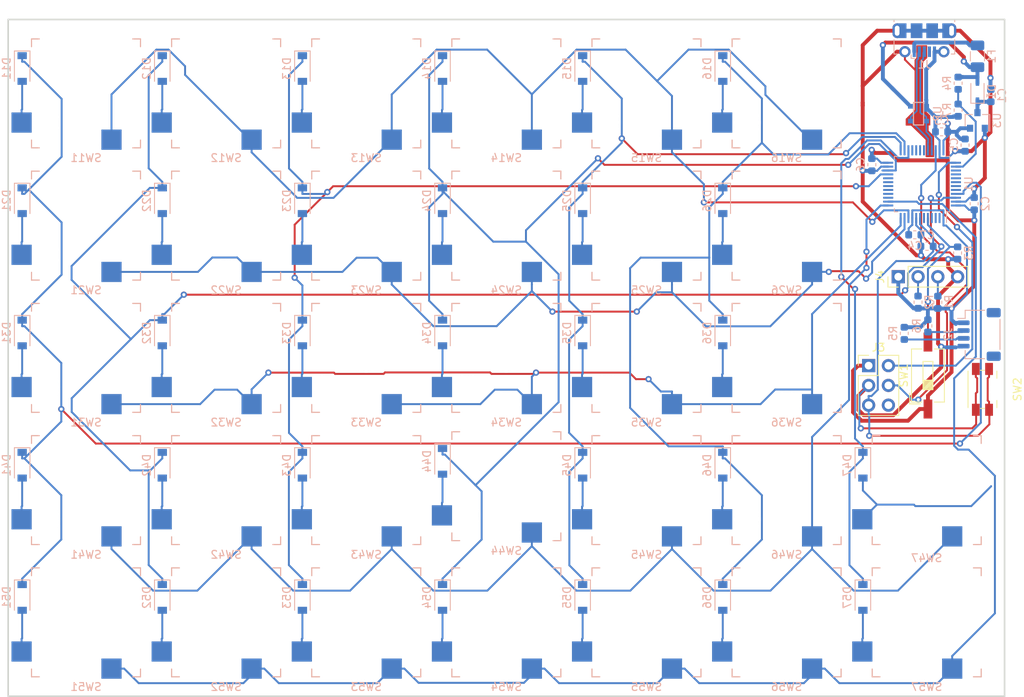
<source format=kicad_pcb>
(kicad_pcb (version 20171130) (host pcbnew "(5.1.2)-1")
  (layers (0 F.Cu signal) (31 B.Cu signal) (34 B.Paste user) (35 F.Paste user hide) (36 B.SilkS user) (37 F.SilkS user) (38 B.Mask user) (39 F.Mask user) (44 Edge.Cuts user))
  (net 0 "")
  (net 1 VDD)
  (net 2 GND)
  (net 3 VBUS)
  (net 4 COL1)
  (net 5 "Net-(D11-Pad2)")
  (net 6 "Net-(D12-Pad2)")
  (net 7 COL2)
  (net 8 COL3)
  (net 9 "Net-(D13-Pad2)")
  (net 10 "Net-(D14-Pad2)")
  (net 11 COL4)
  (net 12 "Net-(D15-Pad2)")
  (net 13 COL5)
  (net 14 COL6)
  (net 15 "Net-(D16-Pad2)")
  (net 16 "Net-(D21-Pad2)")
  (net 17 "Net-(D22-Pad2)")
  (net 18 "Net-(D23-Pad2)")
  (net 19 "Net-(D24-Pad2)")
  (net 20 "Net-(D25-Pad2)")
  (net 21 "Net-(D26-Pad2)")
  (net 22 "Net-(D31-Pad2)")
  (net 23 "Net-(D32-Pad2)")
  (net 24 "Net-(D33-Pad2)")
  (net 25 "Net-(D34-Pad2)")
  (net 26 "Net-(D35-Pad2)")
  (net 27 "Net-(D36-Pad2)")
  (net 28 "Net-(D41-Pad2)")
  (net 29 "Net-(D42-Pad2)")
  (net 30 "Net-(D43-Pad2)")
  (net 31 "Net-(D44-Pad2)")
  (net 32 "Net-(D45-Pad2)")
  (net 33 "Net-(D46-Pad2)")
  (net 34 COL7)
  (net 35 "Net-(D47-Pad2)")
  (net 36 "Net-(D51-Pad2)")
  (net 37 "Net-(D52-Pad2)")
  (net 38 "Net-(D53-Pad2)")
  (net 39 "Net-(D54-Pad2)")
  (net 40 "Net-(D55-Pad2)")
  (net 41 "Net-(D56-Pad2)")
  (net 42 "Net-(D57-Pad2)")
  (net 43 SWCLK)
  (net 44 SWDIO)
  (net 45 NRST)
  (net 46 D+)
  (net 47 ROW1)
  (net 48 ROW2)
  (net 49 ROW3)
  (net 50 ROW4)
  (net 51 ROW5)
  (net 52 "Net-(U1-Pad2)")
  (net 53 "Net-(U1-Pad3)")
  (net 54 "Net-(U1-Pad4)")
  (net 55 "Net-(U1-Pad15)")
  (net 56 "Net-(U1-Pad16)")
  (net 57 "Net-(U1-Pad17)")
  (net 58 "Net-(U1-Pad18)")
  (net 59 "Net-(U1-Pad19)")
  (net 60 "Net-(U1-Pad20)")
  (net 61 "Net-(U1-Pad28)")
  (net 62 "Net-(U1-Pad29)")
  (net 63 SCL2)
  (net 64 SDA2)
  (net 65 D-)
  (net 66 "Net-(U1-Pad40)")
  (net 67 "Net-(U1-Pad41)")
  (net 68 SCL1)
  (net 69 SDA1)
  (net 70 "Net-(F1-Pad2)")
  (net 71 BOOT0)
  (net 72 "Net-(U1-Pad6)")
  (net 73 "Net-(J1-Pad4)")
  (net 74 "Net-(J2-Pad2)")
  (net 75 "Net-(J2-Pad3)")
  (net 76 "Net-(J4-Pad2)")
  (net 77 "Net-(J4-Pad3)")
  (net 78 VBUS_SENSE)
  (net 79 "Net-(U1-Pad44)")
  (net 80 "Net-(C1-Pad1)")
  (net 81 "Net-(J3-Pad6)")
  (net 82 SWO)
  (module random-keyboard-parts:SOT143B (layer B.Cu) (at 135.95 31.11 270)
    (fp_text reference U2 (at 0 -2.45 270) (layer B.SilkS) (effects (justify mirror)))
    (fp_text value PRTR5V0U2X)
    (pad 3 smd rect (at 0.95 1 270) (size 0.6 0.7) (layers B.Cu B.Paste B.Mask) (net 65 D-))
    (pad 2 smd rect (at 0.95 -1 270) (size 0.6 0.7) (layers B.Cu B.Paste B.Mask) (net 46 D+))
    (pad 4 smd rect (at -0.95 1 270) (size 0.6 0.7) (layers B.Cu B.Paste B.Mask) (net 3 VBUS))
    (pad 1 smd rect (at -0.75 -1 270) (size 1 0.7) (layers B.Cu B.Paste B.Mask) (net 2 GND))
  )
  (module Diode_SMD:D_SOD-123 (layer B.Cu) (at 20.8 25.3 270)
    (fp_text reference D11 (at 0 2 270) (layer B.SilkS) (effects (justify mirror)))
    (fp_text value D_Small)
    (pad 1 smd rect (at -1.65 0 270) (size 0.9 1.2) (layers B.Cu B.Paste B.Mask) (net 4 COL1))
    (pad 2 smd rect (at 1.65 0 270) (size 0.9 1.2) (layers B.Cu B.Paste B.Mask) (net 5 "Net-(D11-Pad2)"))
  )
  (module Diode_SMD:D_SOD-123 (layer B.Cu) (at 38.8 25.3 270)
    (fp_text reference D12 (at 0 2 270) (layer B.SilkS) (effects (justify mirror)))
    (fp_text value D_Small)
    (pad 2 smd rect (at 1.65 0 270) (size 0.9 1.2) (layers B.Cu B.Paste B.Mask) (net 6 "Net-(D12-Pad2)"))
    (pad 1 smd rect (at -1.65 0 270) (size 0.9 1.2) (layers B.Cu B.Paste B.Mask) (net 7 COL2))
  )
  (module Diode_SMD:D_SOD-123 (layer B.Cu) (at 56.8 25.3 270)
    (fp_text reference D13 (at 0 2 270) (layer B.SilkS) (effects (justify mirror)))
    (fp_text value D_Small)
    (pad 1 smd rect (at -1.65 0 270) (size 0.9 1.2) (layers B.Cu B.Paste B.Mask) (net 8 COL3))
    (pad 2 smd rect (at 1.65 0 270) (size 0.9 1.2) (layers B.Cu B.Paste B.Mask) (net 9 "Net-(D13-Pad2)"))
  )
  (module Diode_SMD:D_SOD-123 (layer B.Cu) (at 74.8 25.3 270)
    (fp_text reference D14 (at 0 2 270) (layer B.SilkS) (effects (justify mirror)))
    (fp_text value D_Small)
    (pad 2 smd rect (at 1.65 0 270) (size 0.9 1.2) (layers B.Cu B.Paste B.Mask) (net 10 "Net-(D14-Pad2)"))
    (pad 1 smd rect (at -1.65 0 270) (size 0.9 1.2) (layers B.Cu B.Paste B.Mask) (net 11 COL4))
  )
  (module Diode_SMD:D_SOD-123 (layer B.Cu) (at 92.8 25.3 270)
    (fp_text reference D15 (at 0 2 270) (layer B.SilkS) (effects (justify mirror)))
    (fp_text value D_Small)
    (pad 2 smd rect (at 1.65 0 270) (size 0.9 1.2) (layers B.Cu B.Paste B.Mask) (net 12 "Net-(D15-Pad2)"))
    (pad 1 smd rect (at -1.65 0 270) (size 0.9 1.2) (layers B.Cu B.Paste B.Mask) (net 13 COL5))
  )
  (module Diode_SMD:D_SOD-123 (layer B.Cu) (at 110.8 25.3 270)
    (fp_text reference D16 (at 0 2 270) (layer B.SilkS) (effects (justify mirror)))
    (fp_text value D_Small)
    (pad 1 smd rect (at -1.65 0 270) (size 0.9 1.2) (layers B.Cu B.Paste B.Mask) (net 14 COL6))
    (pad 2 smd rect (at 1.65 0 270) (size 0.9 1.2) (layers B.Cu B.Paste B.Mask) (net 15 "Net-(D16-Pad2)"))
  )
  (module Diode_SMD:D_SOD-123 (layer B.Cu) (at 20.8 42.3 270)
    (fp_text reference D21 (at 0 2 270) (layer B.SilkS) (effects (justify mirror)))
    (fp_text value D_Small)
    (pad 2 smd rect (at 1.65 0 270) (size 0.9 1.2) (layers B.Cu B.Paste B.Mask) (net 16 "Net-(D21-Pad2)"))
    (pad 1 smd rect (at -1.65 0 270) (size 0.9 1.2) (layers B.Cu B.Paste B.Mask) (net 4 COL1))
  )
  (module Diode_SMD:D_SOD-123 (layer B.Cu) (at 38.8 42.3 270)
    (fp_text reference D22 (at 0 2 270) (layer B.SilkS) (effects (justify mirror)))
    (fp_text value D_Small)
    (pad 1 smd rect (at -1.65 0 270) (size 0.9 1.2) (layers B.Cu B.Paste B.Mask) (net 7 COL2))
    (pad 2 smd rect (at 1.65 0 270) (size 0.9 1.2) (layers B.Cu B.Paste B.Mask) (net 17 "Net-(D22-Pad2)"))
  )
  (module Diode_SMD:D_SOD-123 (layer B.Cu) (at 56.8 42.3 270)
    (fp_text reference D23 (at 0 2 270) (layer B.SilkS) (effects (justify mirror)))
    (fp_text value D_Small)
    (pad 2 smd rect (at 1.65 0 270) (size 0.9 1.2) (layers B.Cu B.Paste B.Mask) (net 18 "Net-(D23-Pad2)"))
    (pad 1 smd rect (at -1.65 0 270) (size 0.9 1.2) (layers B.Cu B.Paste B.Mask) (net 8 COL3))
  )
  (module Diode_SMD:D_SOD-123 (layer B.Cu) (at 74.8 42.3 270)
    (fp_text reference D24 (at 0 2 270) (layer B.SilkS) (effects (justify mirror)))
    (fp_text value D_Small)
    (pad 1 smd rect (at -1.65 0 270) (size 0.9 1.2) (layers B.Cu B.Paste B.Mask) (net 11 COL4))
    (pad 2 smd rect (at 1.65 0 270) (size 0.9 1.2) (layers B.Cu B.Paste B.Mask) (net 19 "Net-(D24-Pad2)"))
  )
  (module Diode_SMD:D_SOD-123 (layer B.Cu) (at 92.8 42.3 270)
    (fp_text reference D25 (at 0 2 270) (layer B.SilkS) (effects (justify mirror)))
    (fp_text value D_Small)
    (pad 2 smd rect (at 1.65 0 270) (size 0.9 1.2) (layers B.Cu B.Paste B.Mask) (net 20 "Net-(D25-Pad2)"))
    (pad 1 smd rect (at -1.65 0 270) (size 0.9 1.2) (layers B.Cu B.Paste B.Mask) (net 13 COL5))
  )
  (module Diode_SMD:D_SOD-123 (layer B.Cu) (at 110.8 42.3 270)
    (fp_text reference D26 (at 0 2 270) (layer B.SilkS) (effects (justify mirror)))
    (fp_text value D_Small)
    (pad 2 smd rect (at 1.65 0 270) (size 0.9 1.2) (layers B.Cu B.Paste B.Mask) (net 21 "Net-(D26-Pad2)"))
    (pad 1 smd rect (at -1.65 0 270) (size 0.9 1.2) (layers B.Cu B.Paste B.Mask) (net 14 COL6))
  )
  (module Diode_SMD:D_SOD-123 (layer B.Cu) (at 20.8 59.3 270)
    (fp_text reference D31 (at 0 2 270) (layer B.SilkS) (effects (justify mirror)))
    (fp_text value D_Small)
    (pad 1 smd rect (at -1.65 0 270) (size 0.9 1.2) (layers B.Cu B.Paste B.Mask) (net 4 COL1))
    (pad 2 smd rect (at 1.65 0 270) (size 0.9 1.2) (layers B.Cu B.Paste B.Mask) (net 22 "Net-(D31-Pad2)"))
  )
  (module Diode_SMD:D_SOD-123 (layer B.Cu) (at 38.8 59.3 270)
    (fp_text reference D32 (at 0 2 270) (layer B.SilkS) (effects (justify mirror)))
    (fp_text value D_Small)
    (pad 2 smd rect (at 1.65 0 270) (size 0.9 1.2) (layers B.Cu B.Paste B.Mask) (net 23 "Net-(D32-Pad2)"))
    (pad 1 smd rect (at -1.65 0 270) (size 0.9 1.2) (layers B.Cu B.Paste B.Mask) (net 7 COL2))
  )
  (module Diode_SMD:D_SOD-123 (layer B.Cu) (at 56.8 59.3 270)
    (fp_text reference D33 (at 0 2 270) (layer B.SilkS) (effects (justify mirror)))
    (fp_text value D_Small)
    (pad 1 smd rect (at -1.65 0 270) (size 0.9 1.2) (layers B.Cu B.Paste B.Mask) (net 8 COL3))
    (pad 2 smd rect (at 1.65 0 270) (size 0.9 1.2) (layers B.Cu B.Paste B.Mask) (net 24 "Net-(D33-Pad2)"))
  )
  (module Diode_SMD:D_SOD-123 (layer B.Cu) (at 74.8 59.3 270)
    (fp_text reference D34 (at 0 2 270) (layer B.SilkS) (effects (justify mirror)))
    (fp_text value D_Small)
    (pad 2 smd rect (at 1.65 0 270) (size 0.9 1.2) (layers B.Cu B.Paste B.Mask) (net 25 "Net-(D34-Pad2)"))
    (pad 1 smd rect (at -1.65 0 270) (size 0.9 1.2) (layers B.Cu B.Paste B.Mask) (net 11 COL4))
  )
  (module Diode_SMD:D_SOD-123 (layer B.Cu) (at 92.8 59.3 270)
    (fp_text reference D35 (at 0 2 270) (layer B.SilkS) (effects (justify mirror)))
    (fp_text value D_Small)
    (pad 1 smd rect (at -1.65 0 270) (size 0.9 1.2) (layers B.Cu B.Paste B.Mask) (net 13 COL5))
    (pad 2 smd rect (at 1.65 0 270) (size 0.9 1.2) (layers B.Cu B.Paste B.Mask) (net 26 "Net-(D35-Pad2)"))
  )
  (module Diode_SMD:D_SOD-123 (layer B.Cu) (at 110.8 59.3 270)
    (fp_text reference D36 (at 0 2 270) (layer B.SilkS) (effects (justify mirror)))
    (fp_text value D_Small)
    (pad 2 smd rect (at 1.65 0 270) (size 0.9 1.2) (layers B.Cu B.Paste B.Mask) (net 27 "Net-(D36-Pad2)"))
    (pad 1 smd rect (at -1.65 0 270) (size 0.9 1.2) (layers B.Cu B.Paste B.Mask) (net 14 COL6))
  )
  (module Diode_SMD:D_SOD-123 (layer B.Cu) (at 20.8 76.3 270)
    (fp_text reference D41 (at 0 2 270) (layer B.SilkS) (effects (justify mirror)))
    (fp_text value D_Small)
    (pad 1 smd rect (at -1.65 0 270) (size 0.9 1.2) (layers B.Cu B.Paste B.Mask) (net 4 COL1))
    (pad 2 smd rect (at 1.65 0 270) (size 0.9 1.2) (layers B.Cu B.Paste B.Mask) (net 28 "Net-(D41-Pad2)"))
  )
  (module Diode_SMD:D_SOD-123 (layer B.Cu) (at 38.8 76.3 270)
    (fp_text reference D42 (at 0 2 270) (layer B.SilkS) (effects (justify mirror)))
    (fp_text value D_Small)
    (pad 2 smd rect (at 1.65 0 270) (size 0.9 1.2) (layers B.Cu B.Paste B.Mask) (net 29 "Net-(D42-Pad2)"))
    (pad 1 smd rect (at -1.65 0 270) (size 0.9 1.2) (layers B.Cu B.Paste B.Mask) (net 7 COL2))
  )
  (module Diode_SMD:D_SOD-123 (layer B.Cu) (at 56.8 76.3 270)
    (fp_text reference D43 (at 0 2 270) (layer B.SilkS) (effects (justify mirror)))
    (fp_text value D_Small)
    (pad 1 smd rect (at -1.65 0 270) (size 0.9 1.2) (layers B.Cu B.Paste B.Mask) (net 8 COL3))
    (pad 2 smd rect (at 1.65 0 270) (size 0.9 1.2) (layers B.Cu B.Paste B.Mask) (net 30 "Net-(D43-Pad2)"))
  )
  (module Diode_SMD:D_SOD-123 (layer B.Cu) (at 74.8 75.8 270)
    (fp_text reference D44 (at 0 2 270) (layer B.SilkS) (effects (justify mirror)))
    (fp_text value D_Small)
    (pad 1 smd rect (at -1.65 0 270) (size 0.9 1.2) (layers B.Cu B.Paste B.Mask) (net 11 COL4))
    (pad 2 smd rect (at 1.65 0 270) (size 0.9 1.2) (layers B.Cu B.Paste B.Mask) (net 31 "Net-(D44-Pad2)"))
  )
  (module Diode_SMD:D_SOD-123 (layer B.Cu) (at 92.8 76.3 270)
    (fp_text reference D45 (at 0 2 270) (layer B.SilkS) (effects (justify mirror)))
    (fp_text value D_Small)
    (pad 2 smd rect (at 1.65 0 270) (size 0.9 1.2) (layers B.Cu B.Paste B.Mask) (net 32 "Net-(D45-Pad2)"))
    (pad 1 smd rect (at -1.65 0 270) (size 0.9 1.2) (layers B.Cu B.Paste B.Mask) (net 13 COL5))
  )
  (module Diode_SMD:D_SOD-123 (layer B.Cu) (at 110.8 76.3 270)
    (fp_text reference D46 (at 0 2 270) (layer B.SilkS) (effects (justify mirror)))
    (fp_text value D_Small)
    (pad 1 smd rect (at -1.65 0 270) (size 0.9 1.2) (layers B.Cu B.Paste B.Mask) (net 14 COL6))
    (pad 2 smd rect (at 1.65 0 270) (size 0.9 1.2) (layers B.Cu B.Paste B.Mask) (net 33 "Net-(D46-Pad2)"))
  )
  (module Diode_SMD:D_SOD-123 (layer B.Cu) (at 128.8 76.3 270)
    (fp_text reference D47 (at 0 2 270) (layer B.SilkS) (effects (justify mirror)))
    (fp_text value D_Small)
    (pad 1 smd rect (at -1.65 0 270) (size 0.9 1.2) (layers B.Cu B.Paste B.Mask) (net 34 COL7))
    (pad 2 smd rect (at 1.65 0 270) (size 0.9 1.2) (layers B.Cu B.Paste B.Mask) (net 35 "Net-(D47-Pad2)"))
  )
  (module Diode_SMD:D_SOD-123 (layer B.Cu) (at 20.8 93.3 270)
    (fp_text reference D51 (at 0 2 270) (layer B.SilkS) (effects (justify mirror)))
    (fp_text value D_Small)
    (pad 2 smd rect (at 1.65 0 270) (size 0.9 1.2) (layers B.Cu B.Paste B.Mask) (net 36 "Net-(D51-Pad2)"))
    (pad 1 smd rect (at -1.65 0 270) (size 0.9 1.2) (layers B.Cu B.Paste B.Mask) (net 4 COL1))
  )
  (module Diode_SMD:D_SOD-123 (layer B.Cu) (at 38.8 93.3 270)
    (fp_text reference D52 (at 0 2 270) (layer B.SilkS) (effects (justify mirror)))
    (fp_text value D_Small)
    (pad 1 smd rect (at -1.65 0 270) (size 0.9 1.2) (layers B.Cu B.Paste B.Mask) (net 7 COL2))
    (pad 2 smd rect (at 1.65 0 270) (size 0.9 1.2) (layers B.Cu B.Paste B.Mask) (net 37 "Net-(D52-Pad2)"))
  )
  (module Diode_SMD:D_SOD-123 (layer B.Cu) (at 56.8 93.3 270)
    (fp_text reference D53 (at 0 2 270) (layer B.SilkS) (effects (justify mirror)))
    (fp_text value D_Small)
    (pad 2 smd rect (at 1.65 0 270) (size 0.9 1.2) (layers B.Cu B.Paste B.Mask) (net 38 "Net-(D53-Pad2)"))
    (pad 1 smd rect (at -1.65 0 270) (size 0.9 1.2) (layers B.Cu B.Paste B.Mask) (net 8 COL3))
  )
  (module Diode_SMD:D_SOD-123 (layer B.Cu) (at 74.8 93.3 270)
    (fp_text reference D54 (at 0 2 270) (layer B.SilkS) (effects (justify mirror)))
    (fp_text value D_Small)
    (pad 1 smd rect (at -1.65 0 270) (size 0.9 1.2) (layers B.Cu B.Paste B.Mask) (net 11 COL4))
    (pad 2 smd rect (at 1.65 0 270) (size 0.9 1.2) (layers B.Cu B.Paste B.Mask) (net 39 "Net-(D54-Pad2)"))
  )
  (module Diode_SMD:D_SOD-123 (layer B.Cu) (at 92.8 93.3 270)
    (fp_text reference D55 (at 0 2 270) (layer B.SilkS) (effects (justify mirror)))
    (fp_text value D_Small)
    (pad 2 smd rect (at 1.65 0 270) (size 0.9 1.2) (layers B.Cu B.Paste B.Mask) (net 40 "Net-(D55-Pad2)"))
    (pad 1 smd rect (at -1.65 0 270) (size 0.9 1.2) (layers B.Cu B.Paste B.Mask) (net 13 COL5))
  )
  (module Diode_SMD:D_SOD-123 (layer B.Cu) (at 110.8 93.3 270)
    (fp_text reference D56 (at 0 2 270) (layer B.SilkS) (effects (justify mirror)))
    (fp_text value D_Small)
    (pad 1 smd rect (at -1.65 0 270) (size 0.9 1.2) (layers B.Cu B.Paste B.Mask) (net 14 COL6))
    (pad 2 smd rect (at 1.65 0 270) (size 0.9 1.2) (layers B.Cu B.Paste B.Mask) (net 41 "Net-(D56-Pad2)"))
  )
  (module Diode_SMD:D_SOD-123 (layer B.Cu) (at 128.8 93.3 270)
    (fp_text reference D57 (at 0 2 270) (layer B.SilkS) (effects (justify mirror)))
    (fp_text value D_Small)
    (pad 2 smd rect (at 1.65 0 270) (size 0.9 1.2) (layers B.Cu B.Paste B.Mask) (net 42 "Net-(D57-Pad2)"))
    (pad 1 smd rect (at -1.65 0 270) (size 0.9 1.2) (layers B.Cu B.Paste B.Mask) (net 34 COL7))
  )
  (module keyswitches:PG1350_socket (layer F.Cu) (at 29 28.5)
    (fp_text reference SW11 (at 0 8.3 180) (layer B.SilkS) (effects (justify mirror)))
    (fp_text value SW_Push_45deg)
    (pad "" np_thru_hole circle (at -5.5 0) (size 1.7018 1.7018) (drill 1.7018) (layers *.Cu *.Mask))
    (pad "" np_thru_hole circle (at 5.5 0) (size 1.7018 1.7018) (drill 1.7018) (layers *.Cu *.Mask))
    (pad 1 smd rect (at 3.275 5.95) (size 2.6 2.6) (layers B.Cu B.Paste B.Mask) (net 47 ROW1))
    (pad "" np_thru_hole circle (at -5 3.75) (size 3 3) (drill 3) (layers *.Cu *.Mask))
    (pad "" np_thru_hole circle (at 0 0) (size 3.429 3.429) (drill 3.429) (layers *.Cu *.Mask))
    (pad "" np_thru_hole circle (at 0 5.95) (size 3 3) (drill 3) (layers *.Cu *.Mask))
    (pad 2 smd rect (at -8.275 3.75) (size 2.6 2.6) (layers B.Cu B.Paste B.Mask) (net 5 "Net-(D11-Pad2)"))
    (pad "" np_thru_hole circle (at 5.22 -4.2) (size 0.9906 0.9906) (drill 0.9906) (layers *.Cu *.Mask))
  )
  (module keyswitches:PG1350_socket (layer F.Cu) (at 47 28.5)
    (fp_text reference SW12 (at 0 8.3 180) (layer B.SilkS) (effects (justify mirror)))
    (fp_text value SW_Push_45deg)
    (pad "" np_thru_hole circle (at 5.22 -4.2) (size 0.9906 0.9906) (drill 0.9906) (layers *.Cu *.Mask))
    (pad 2 smd rect (at -8.275 3.75) (size 2.6 2.6) (layers B.Cu B.Paste B.Mask) (net 6 "Net-(D12-Pad2)"))
    (pad "" np_thru_hole circle (at 0 5.95) (size 3 3) (drill 3) (layers *.Cu *.Mask))
    (pad "" np_thru_hole circle (at 0 0) (size 3.429 3.429) (drill 3.429) (layers *.Cu *.Mask))
    (pad "" np_thru_hole circle (at -5 3.75) (size 3 3) (drill 3) (layers *.Cu *.Mask))
    (pad 1 smd rect (at 3.275 5.95) (size 2.6 2.6) (layers B.Cu B.Paste B.Mask) (net 47 ROW1))
    (pad "" np_thru_hole circle (at 5.5 0) (size 1.7018 1.7018) (drill 1.7018) (layers *.Cu *.Mask))
    (pad "" np_thru_hole circle (at -5.5 0) (size 1.7018 1.7018) (drill 1.7018) (layers *.Cu *.Mask))
  )
  (module keyswitches:PG1350_socket (layer F.Cu) (at 65 28.5)
    (fp_text reference SW13 (at 0 8.3) (layer B.SilkS) (effects (justify mirror)))
    (fp_text value SW_Push_45deg)
    (pad "" np_thru_hole circle (at -5.5 0) (size 1.7018 1.7018) (drill 1.7018) (layers *.Cu *.Mask))
    (pad "" np_thru_hole circle (at 5.5 0) (size 1.7018 1.7018) (drill 1.7018) (layers *.Cu *.Mask))
    (pad 1 smd rect (at 3.275 5.95) (size 2.6 2.6) (layers B.Cu B.Paste B.Mask) (net 47 ROW1))
    (pad "" np_thru_hole circle (at -5 3.75) (size 3 3) (drill 3) (layers *.Cu *.Mask))
    (pad "" np_thru_hole circle (at 0 0) (size 3.429 3.429) (drill 3.429) (layers *.Cu *.Mask))
    (pad "" np_thru_hole circle (at 0 5.95) (size 3 3) (drill 3) (layers *.Cu *.Mask))
    (pad 2 smd rect (at -8.275 3.75) (size 2.6 2.6) (layers B.Cu B.Paste B.Mask) (net 9 "Net-(D13-Pad2)"))
    (pad "" np_thru_hole circle (at 5.22 -4.2) (size 0.9906 0.9906) (drill 0.9906) (layers *.Cu *.Mask))
  )
  (module keyswitches:PG1350_socket (layer F.Cu) (at 83 28.5)
    (fp_text reference SW14 (at 0 8.3) (layer B.SilkS) (effects (justify mirror)))
    (fp_text value SW_Push_45deg)
    (pad "" np_thru_hole circle (at 5.22 -4.2) (size 0.9906 0.9906) (drill 0.9906) (layers *.Cu *.Mask))
    (pad 2 smd rect (at -8.275 3.75) (size 2.6 2.6) (layers B.Cu B.Paste B.Mask) (net 10 "Net-(D14-Pad2)"))
    (pad "" np_thru_hole circle (at 0 5.95) (size 3 3) (drill 3) (layers *.Cu *.Mask))
    (pad "" np_thru_hole circle (at 0 0) (size 3.429 3.429) (drill 3.429) (layers *.Cu *.Mask))
    (pad "" np_thru_hole circle (at -5 3.75) (size 3 3) (drill 3) (layers *.Cu *.Mask))
    (pad 1 smd rect (at 3.275 5.95) (size 2.6 2.6) (layers B.Cu B.Paste B.Mask) (net 47 ROW1))
    (pad "" np_thru_hole circle (at 5.5 0) (size 1.7018 1.7018) (drill 1.7018) (layers *.Cu *.Mask))
    (pad "" np_thru_hole circle (at -5.5 0) (size 1.7018 1.7018) (drill 1.7018) (layers *.Cu *.Mask))
  )
  (module keyswitches:PG1350_socket (layer F.Cu) (at 101 28.5)
    (fp_text reference SW15 (at 0 8.3) (layer B.SilkS) (effects (justify mirror)))
    (fp_text value SW_Push_45deg)
    (pad "" np_thru_hole circle (at -5.5 0) (size 1.7018 1.7018) (drill 1.7018) (layers *.Cu *.Mask))
    (pad "" np_thru_hole circle (at 5.5 0) (size 1.7018 1.7018) (drill 1.7018) (layers *.Cu *.Mask))
    (pad 1 smd rect (at 3.275 5.95) (size 2.6 2.6) (layers B.Cu B.Paste B.Mask) (net 47 ROW1))
    (pad "" np_thru_hole circle (at -5 3.75) (size 3 3) (drill 3) (layers *.Cu *.Mask))
    (pad "" np_thru_hole circle (at 0 0) (size 3.429 3.429) (drill 3.429) (layers *.Cu *.Mask))
    (pad "" np_thru_hole circle (at 0 5.95) (size 3 3) (drill 3) (layers *.Cu *.Mask))
    (pad 2 smd rect (at -8.275 3.75) (size 2.6 2.6) (layers B.Cu B.Paste B.Mask) (net 12 "Net-(D15-Pad2)"))
    (pad "" np_thru_hole circle (at 5.22 -4.2) (size 0.9906 0.9906) (drill 0.9906) (layers *.Cu *.Mask))
  )
  (module keyswitches:PG1350_socket (layer F.Cu) (at 119 28.5)
    (fp_text reference SW16 (at 0 8.3) (layer B.SilkS) (effects (justify mirror)))
    (fp_text value SW_Push_45deg)
    (pad "" np_thru_hole circle (at 5.22 -4.2) (size 0.9906 0.9906) (drill 0.9906) (layers *.Cu *.Mask))
    (pad 2 smd rect (at -8.275 3.75) (size 2.6 2.6) (layers B.Cu B.Paste B.Mask) (net 15 "Net-(D16-Pad2)"))
    (pad "" np_thru_hole circle (at 0 5.95) (size 3 3) (drill 3) (layers *.Cu *.Mask))
    (pad "" np_thru_hole circle (at 0 0) (size 3.429 3.429) (drill 3.429) (layers *.Cu *.Mask))
    (pad "" np_thru_hole circle (at -5 3.75) (size 3 3) (drill 3) (layers *.Cu *.Mask))
    (pad 1 smd rect (at 3.275 5.95) (size 2.6 2.6) (layers B.Cu B.Paste B.Mask) (net 47 ROW1))
    (pad "" np_thru_hole circle (at 5.5 0) (size 1.7018 1.7018) (drill 1.7018) (layers *.Cu *.Mask))
    (pad "" np_thru_hole circle (at -5.5 0) (size 1.7018 1.7018) (drill 1.7018) (layers *.Cu *.Mask))
  )
  (module keyswitches:PG1350_socket (layer F.Cu) (at 29 45.5)
    (fp_text reference SW21 (at 0 8.3 180) (layer B.SilkS) (effects (justify mirror)))
    (fp_text value SW_Push_45deg)
    (pad "" np_thru_hole circle (at -5.5 0) (size 1.7018 1.7018) (drill 1.7018) (layers *.Cu *.Mask))
    (pad "" np_thru_hole circle (at 5.5 0) (size 1.7018 1.7018) (drill 1.7018) (layers *.Cu *.Mask))
    (pad 1 smd rect (at 3.275 5.95) (size 2.6 2.6) (layers B.Cu B.Paste B.Mask) (net 48 ROW2))
    (pad "" np_thru_hole circle (at -5 3.75) (size 3 3) (drill 3) (layers *.Cu *.Mask))
    (pad "" np_thru_hole circle (at 0 0) (size 3.429 3.429) (drill 3.429) (layers *.Cu *.Mask))
    (pad "" np_thru_hole circle (at 0 5.95) (size 3 3) (drill 3) (layers *.Cu *.Mask))
    (pad 2 smd rect (at -8.275 3.75) (size 2.6 2.6) (layers B.Cu B.Paste B.Mask) (net 16 "Net-(D21-Pad2)"))
    (pad "" np_thru_hole circle (at 5.22 -4.2) (size 0.9906 0.9906) (drill 0.9906) (layers *.Cu *.Mask))
  )
  (module keyswitches:PG1350_socket (layer F.Cu) (at 47 45.5)
    (fp_text reference SW22 (at 0 8.3 180) (layer B.SilkS) (effects (justify mirror)))
    (fp_text value SW_Push_45deg)
    (pad "" np_thru_hole circle (at 5.22 -4.2) (size 0.9906 0.9906) (drill 0.9906) (layers *.Cu *.Mask))
    (pad 2 smd rect (at -8.275 3.75) (size 2.6 2.6) (layers B.Cu B.Paste B.Mask) (net 17 "Net-(D22-Pad2)"))
    (pad "" np_thru_hole circle (at 0 5.95) (size 3 3) (drill 3) (layers *.Cu *.Mask))
    (pad "" np_thru_hole circle (at 0 0) (size 3.429 3.429) (drill 3.429) (layers *.Cu *.Mask))
    (pad "" np_thru_hole circle (at -5 3.75) (size 3 3) (drill 3) (layers *.Cu *.Mask))
    (pad 1 smd rect (at 3.275 5.95) (size 2.6 2.6) (layers B.Cu B.Paste B.Mask) (net 48 ROW2))
    (pad "" np_thru_hole circle (at 5.5 0) (size 1.7018 1.7018) (drill 1.7018) (layers *.Cu *.Mask))
    (pad "" np_thru_hole circle (at -5.5 0) (size 1.7018 1.7018) (drill 1.7018) (layers *.Cu *.Mask))
  )
  (module keyswitches:PG1350_socket (layer F.Cu) (at 65 45.5)
    (fp_text reference SW23 (at 0 8.3) (layer B.SilkS) (effects (justify mirror)))
    (fp_text value SW_Push_45deg)
    (pad "" np_thru_hole circle (at -5.5 0) (size 1.7018 1.7018) (drill 1.7018) (layers *.Cu *.Mask))
    (pad "" np_thru_hole circle (at 5.5 0) (size 1.7018 1.7018) (drill 1.7018) (layers *.Cu *.Mask))
    (pad 1 smd rect (at 3.275 5.95) (size 2.6 2.6) (layers B.Cu B.Paste B.Mask) (net 48 ROW2))
    (pad "" np_thru_hole circle (at -5 3.75) (size 3 3) (drill 3) (layers *.Cu *.Mask))
    (pad "" np_thru_hole circle (at 0 0) (size 3.429 3.429) (drill 3.429) (layers *.Cu *.Mask))
    (pad "" np_thru_hole circle (at 0 5.95) (size 3 3) (drill 3) (layers *.Cu *.Mask))
    (pad 2 smd rect (at -8.275 3.75) (size 2.6 2.6) (layers B.Cu B.Paste B.Mask) (net 18 "Net-(D23-Pad2)"))
    (pad "" np_thru_hole circle (at 5.22 -4.2) (size 0.9906 0.9906) (drill 0.9906) (layers *.Cu *.Mask))
  )
  (module keyswitches:PG1350_socket (layer F.Cu) (at 83 45.5)
    (fp_text reference SW24 (at 0 8.3) (layer B.SilkS) (effects (justify mirror)))
    (fp_text value SW_Push_45deg)
    (pad "" np_thru_hole circle (at 5.22 -4.2) (size 0.9906 0.9906) (drill 0.9906) (layers *.Cu *.Mask))
    (pad 2 smd rect (at -8.275 3.75) (size 2.6 2.6) (layers B.Cu B.Paste B.Mask) (net 19 "Net-(D24-Pad2)"))
    (pad "" np_thru_hole circle (at 0 5.95) (size 3 3) (drill 3) (layers *.Cu *.Mask))
    (pad "" np_thru_hole circle (at 0 0) (size 3.429 3.429) (drill 3.429) (layers *.Cu *.Mask))
    (pad "" np_thru_hole circle (at -5 3.75) (size 3 3) (drill 3) (layers *.Cu *.Mask))
    (pad 1 smd rect (at 3.275 5.95) (size 2.6 2.6) (layers B.Cu B.Paste B.Mask) (net 48 ROW2))
    (pad "" np_thru_hole circle (at 5.5 0) (size 1.7018 1.7018) (drill 1.7018) (layers *.Cu *.Mask))
    (pad "" np_thru_hole circle (at -5.5 0) (size 1.7018 1.7018) (drill 1.7018) (layers *.Cu *.Mask))
  )
  (module keyswitches:PG1350_socket (layer F.Cu) (at 101 45.5)
    (fp_text reference SW25 (at 0 8.3) (layer B.SilkS) (effects (justify mirror)))
    (fp_text value SW_Push_45deg)
    (pad "" np_thru_hole circle (at -5.5 0) (size 1.7018 1.7018) (drill 1.7018) (layers *.Cu *.Mask))
    (pad "" np_thru_hole circle (at 5.5 0) (size 1.7018 1.7018) (drill 1.7018) (layers *.Cu *.Mask))
    (pad 1 smd rect (at 3.275 5.95) (size 2.6 2.6) (layers B.Cu B.Paste B.Mask) (net 48 ROW2))
    (pad "" np_thru_hole circle (at -5 3.75) (size 3 3) (drill 3) (layers *.Cu *.Mask))
    (pad "" np_thru_hole circle (at 0 0) (size 3.429 3.429) (drill 3.429) (layers *.Cu *.Mask))
    (pad "" np_thru_hole circle (at 0 5.95) (size 3 3) (drill 3) (layers *.Cu *.Mask))
    (pad 2 smd rect (at -8.275 3.75) (size 2.6 2.6) (layers B.Cu B.Paste B.Mask) (net 20 "Net-(D25-Pad2)"))
    (pad "" np_thru_hole circle (at 5.22 -4.2) (size 0.9906 0.9906) (drill 0.9906) (layers *.Cu *.Mask))
  )
  (module keyswitches:PG1350_socket (layer F.Cu) (at 119 45.5)
    (fp_text reference SW26 (at 0 8.3) (layer B.SilkS) (effects (justify mirror)))
    (fp_text value SW_Push_45deg)
    (pad "" np_thru_hole circle (at -5.5 0) (size 1.7018 1.7018) (drill 1.7018) (layers *.Cu *.Mask))
    (pad "" np_thru_hole circle (at 5.5 0) (size 1.7018 1.7018) (drill 1.7018) (layers *.Cu *.Mask))
    (pad 1 smd rect (at 3.275 5.95) (size 2.6 2.6) (layers B.Cu B.Paste B.Mask) (net 48 ROW2))
    (pad "" np_thru_hole circle (at -5 3.75) (size 3 3) (drill 3) (layers *.Cu *.Mask))
    (pad "" np_thru_hole circle (at 0 0) (size 3.429 3.429) (drill 3.429) (layers *.Cu *.Mask))
    (pad "" np_thru_hole circle (at 0 5.95) (size 3 3) (drill 3) (layers *.Cu *.Mask))
    (pad 2 smd rect (at -8.275 3.75) (size 2.6 2.6) (layers B.Cu B.Paste B.Mask) (net 21 "Net-(D26-Pad2)"))
    (pad "" np_thru_hole circle (at 5.22 -4.2) (size 0.9906 0.9906) (drill 0.9906) (layers *.Cu *.Mask))
  )
  (module keyswitches:PG1350_socket (layer F.Cu) (at 29 62.5)
    (fp_text reference SW31 (at 0 8.3 180) (layer B.SilkS) (effects (justify mirror)))
    (fp_text value SW_Push_45deg)
    (pad "" np_thru_hole circle (at 5.22 -4.2) (size 0.9906 0.9906) (drill 0.9906) (layers *.Cu *.Mask))
    (pad 2 smd rect (at -8.275 3.75) (size 2.6 2.6) (layers B.Cu B.Paste B.Mask) (net 22 "Net-(D31-Pad2)"))
    (pad "" np_thru_hole circle (at 0 5.95) (size 3 3) (drill 3) (layers *.Cu *.Mask))
    (pad "" np_thru_hole circle (at 0 0) (size 3.429 3.429) (drill 3.429) (layers *.Cu *.Mask))
    (pad "" np_thru_hole circle (at -5 3.75) (size 3 3) (drill 3) (layers *.Cu *.Mask))
    (pad 1 smd rect (at 3.275 5.95) (size 2.6 2.6) (layers B.Cu B.Paste B.Mask) (net 49 ROW3))
    (pad "" np_thru_hole circle (at 5.5 0) (size 1.7018 1.7018) (drill 1.7018) (layers *.Cu *.Mask))
    (pad "" np_thru_hole circle (at -5.5 0) (size 1.7018 1.7018) (drill 1.7018) (layers *.Cu *.Mask))
  )
  (module keyswitches:PG1350_socket (layer F.Cu) (at 47 62.5)
    (fp_text reference SW32 (at 0 8.3 180) (layer B.SilkS) (effects (justify mirror)))
    (fp_text value SW_Push_45deg)
    (pad "" np_thru_hole circle (at 5.22 -4.2) (size 0.9906 0.9906) (drill 0.9906) (layers *.Cu *.Mask))
    (pad 2 smd rect (at -8.275 3.75) (size 2.6 2.6) (layers B.Cu B.Paste B.Mask) (net 23 "Net-(D32-Pad2)"))
    (pad "" np_thru_hole circle (at 0 5.95) (size 3 3) (drill 3) (layers *.Cu *.Mask))
    (pad "" np_thru_hole circle (at 0 0) (size 3.429 3.429) (drill 3.429) (layers *.Cu *.Mask))
    (pad "" np_thru_hole circle (at -5 3.75) (size 3 3) (drill 3) (layers *.Cu *.Mask))
    (pad 1 smd rect (at 3.275 5.95) (size 2.6 2.6) (layers B.Cu B.Paste B.Mask) (net 49 ROW3))
    (pad "" np_thru_hole circle (at 5.5 0) (size 1.7018 1.7018) (drill 1.7018) (layers *.Cu *.Mask))
    (pad "" np_thru_hole circle (at -5.5 0) (size 1.7018 1.7018) (drill 1.7018) (layers *.Cu *.Mask))
  )
  (module keyswitches:PG1350_socket (layer F.Cu) (at 65 62.5)
    (fp_text reference SW33 (at 0 8.3) (layer B.SilkS) (effects (justify mirror)))
    (fp_text value SW_Push_45deg)
    (pad "" np_thru_hole circle (at -5.5 0) (size 1.7018 1.7018) (drill 1.7018) (layers *.Cu *.Mask))
    (pad "" np_thru_hole circle (at 5.5 0) (size 1.7018 1.7018) (drill 1.7018) (layers *.Cu *.Mask))
    (pad 1 smd rect (at 3.275 5.95) (size 2.6 2.6) (layers B.Cu B.Paste B.Mask) (net 49 ROW3))
    (pad "" np_thru_hole circle (at -5 3.75) (size 3 3) (drill 3) (layers *.Cu *.Mask))
    (pad "" np_thru_hole circle (at 0 0) (size 3.429 3.429) (drill 3.429) (layers *.Cu *.Mask))
    (pad "" np_thru_hole circle (at 0 5.95) (size 3 3) (drill 3) (layers *.Cu *.Mask))
    (pad 2 smd rect (at -8.275 3.75) (size 2.6 2.6) (layers B.Cu B.Paste B.Mask) (net 24 "Net-(D33-Pad2)"))
    (pad "" np_thru_hole circle (at 5.22 -4.2) (size 0.9906 0.9906) (drill 0.9906) (layers *.Cu *.Mask))
  )
  (module keyswitches:PG1350_socket (layer F.Cu) (at 83 62.5)
    (fp_text reference SW34 (at 0 8.3) (layer B.SilkS) (effects (justify mirror)))
    (fp_text value SW_Push_45deg)
    (pad "" np_thru_hole circle (at 5.22 -4.2) (size 0.9906 0.9906) (drill 0.9906) (layers *.Cu *.Mask))
    (pad 2 smd rect (at -8.275 3.75) (size 2.6 2.6) (layers B.Cu B.Paste B.Mask) (net 25 "Net-(D34-Pad2)"))
    (pad "" np_thru_hole circle (at 0 5.95) (size 3 3) (drill 3) (layers *.Cu *.Mask))
    (pad "" np_thru_hole circle (at 0 0) (size 3.429 3.429) (drill 3.429) (layers *.Cu *.Mask))
    (pad "" np_thru_hole circle (at -5 3.75) (size 3 3) (drill 3) (layers *.Cu *.Mask))
    (pad 1 smd rect (at 3.275 5.95) (size 2.6 2.6) (layers B.Cu B.Paste B.Mask) (net 49 ROW3))
    (pad "" np_thru_hole circle (at 5.5 0) (size 1.7018 1.7018) (drill 1.7018) (layers *.Cu *.Mask))
    (pad "" np_thru_hole circle (at -5.5 0) (size 1.7018 1.7018) (drill 1.7018) (layers *.Cu *.Mask))
  )
  (module keyswitches:PG1350_socket (layer F.Cu) (at 101 62.5)
    (fp_text reference SW35 (at 0 8.3) (layer B.SilkS) (effects (justify mirror)))
    (fp_text value SW_Push_45deg)
    (pad "" np_thru_hole circle (at -5.5 0) (size 1.7018 1.7018) (drill 1.7018) (layers *.Cu *.Mask))
    (pad "" np_thru_hole circle (at 5.5 0) (size 1.7018 1.7018) (drill 1.7018) (layers *.Cu *.Mask))
    (pad 1 smd rect (at 3.275 5.95) (size 2.6 2.6) (layers B.Cu B.Paste B.Mask) (net 49 ROW3))
    (pad "" np_thru_hole circle (at -5 3.75) (size 3 3) (drill 3) (layers *.Cu *.Mask))
    (pad "" np_thru_hole circle (at 0 0) (size 3.429 3.429) (drill 3.429) (layers *.Cu *.Mask))
    (pad "" np_thru_hole circle (at 0 5.95) (size 3 3) (drill 3) (layers *.Cu *.Mask))
    (pad 2 smd rect (at -8.275 3.75) (size 2.6 2.6) (layers B.Cu B.Paste B.Mask) (net 26 "Net-(D35-Pad2)"))
    (pad "" np_thru_hole circle (at 5.22 -4.2) (size 0.9906 0.9906) (drill 0.9906) (layers *.Cu *.Mask))
  )
  (module keyswitches:PG1350_socket (layer F.Cu) (at 119 62.5)
    (fp_text reference SW36 (at 0 8.3) (layer B.SilkS) (effects (justify mirror)))
    (fp_text value SW_Push_45deg)
    (pad "" np_thru_hole circle (at 5.22 -4.2) (size 0.9906 0.9906) (drill 0.9906) (layers *.Cu *.Mask))
    (pad 2 smd rect (at -8.275 3.75) (size 2.6 2.6) (layers B.Cu B.Paste B.Mask) (net 27 "Net-(D36-Pad2)"))
    (pad "" np_thru_hole circle (at 0 5.95) (size 3 3) (drill 3) (layers *.Cu *.Mask))
    (pad "" np_thru_hole circle (at 0 0) (size 3.429 3.429) (drill 3.429) (layers *.Cu *.Mask))
    (pad "" np_thru_hole circle (at -5 3.75) (size 3 3) (drill 3) (layers *.Cu *.Mask))
    (pad 1 smd rect (at 3.275 5.95) (size 2.6 2.6) (layers B.Cu B.Paste B.Mask) (net 49 ROW3))
    (pad "" np_thru_hole circle (at 5.5 0) (size 1.7018 1.7018) (drill 1.7018) (layers *.Cu *.Mask))
    (pad "" np_thru_hole circle (at -5.5 0) (size 1.7018 1.7018) (drill 1.7018) (layers *.Cu *.Mask))
  )
  (module keyswitches:PG1350_socket (layer F.Cu) (at 29 79.5)
    (fp_text reference SW41 (at 0 8.3 180) (layer B.SilkS) (effects (justify mirror)))
    (fp_text value SW_Push_45deg)
    (pad "" np_thru_hole circle (at -5.5 0) (size 1.7018 1.7018) (drill 1.7018) (layers *.Cu *.Mask))
    (pad "" np_thru_hole circle (at 5.5 0) (size 1.7018 1.7018) (drill 1.7018) (layers *.Cu *.Mask))
    (pad 1 smd rect (at 3.275 5.95) (size 2.6 2.6) (layers B.Cu B.Paste B.Mask) (net 50 ROW4))
    (pad "" np_thru_hole circle (at -5 3.75) (size 3 3) (drill 3) (layers *.Cu *.Mask))
    (pad "" np_thru_hole circle (at 0 0) (size 3.429 3.429) (drill 3.429) (layers *.Cu *.Mask))
    (pad "" np_thru_hole circle (at 0 5.95) (size 3 3) (drill 3) (layers *.Cu *.Mask))
    (pad 2 smd rect (at -8.275 3.75) (size 2.6 2.6) (layers B.Cu B.Paste B.Mask) (net 28 "Net-(D41-Pad2)"))
    (pad "" np_thru_hole circle (at 5.22 -4.2) (size 0.9906 0.9906) (drill 0.9906) (layers *.Cu *.Mask))
  )
  (module keyswitches:PG1350_socket (layer F.Cu) (at 47 79.5)
    (fp_text reference SW42 (at 0 8.3 180) (layer B.SilkS) (effects (justify mirror)))
    (fp_text value SW_Push_45deg)
    (pad "" np_thru_hole circle (at 5.22 -4.2) (size 0.9906 0.9906) (drill 0.9906) (layers *.Cu *.Mask))
    (pad 2 smd rect (at -8.275 3.75) (size 2.6 2.6) (layers B.Cu B.Paste B.Mask) (net 29 "Net-(D42-Pad2)"))
    (pad "" np_thru_hole circle (at 0 5.95) (size 3 3) (drill 3) (layers *.Cu *.Mask))
    (pad "" np_thru_hole circle (at 0 0) (size 3.429 3.429) (drill 3.429) (layers *.Cu *.Mask))
    (pad "" np_thru_hole circle (at -5 3.75) (size 3 3) (drill 3) (layers *.Cu *.Mask))
    (pad 1 smd rect (at 3.275 5.95) (size 2.6 2.6) (layers B.Cu B.Paste B.Mask) (net 50 ROW4))
    (pad "" np_thru_hole circle (at 5.5 0) (size 1.7018 1.7018) (drill 1.7018) (layers *.Cu *.Mask))
    (pad "" np_thru_hole circle (at -5.5 0) (size 1.7018 1.7018) (drill 1.7018) (layers *.Cu *.Mask))
  )
  (module keyswitches:PG1350_socket (layer F.Cu) (at 65 79.5)
    (fp_text reference SW43 (at 0 8.3) (layer B.SilkS) (effects (justify mirror)))
    (fp_text value SW_Push_45deg)
    (pad "" np_thru_hole circle (at -5.5 0) (size 1.7018 1.7018) (drill 1.7018) (layers *.Cu *.Mask))
    (pad "" np_thru_hole circle (at 5.5 0) (size 1.7018 1.7018) (drill 1.7018) (layers *.Cu *.Mask))
    (pad 1 smd rect (at 3.275 5.95) (size 2.6 2.6) (layers B.Cu B.Paste B.Mask) (net 50 ROW4))
    (pad "" np_thru_hole circle (at -5 3.75) (size 3 3) (drill 3) (layers *.Cu *.Mask))
    (pad "" np_thru_hole circle (at 0 0) (size 3.429 3.429) (drill 3.429) (layers *.Cu *.Mask))
    (pad "" np_thru_hole circle (at 0 5.95) (size 3 3) (drill 3) (layers *.Cu *.Mask))
    (pad 2 smd rect (at -8.275 3.75) (size 2.6 2.6) (layers B.Cu B.Paste B.Mask) (net 30 "Net-(D43-Pad2)"))
    (pad "" np_thru_hole circle (at 5.22 -4.2) (size 0.9906 0.9906) (drill 0.9906) (layers *.Cu *.Mask))
  )
  (module keyswitches:PG1350_socket (layer F.Cu) (at 83 79)
    (fp_text reference SW44 (at 0 8.3) (layer B.SilkS) (effects (justify mirror)))
    (fp_text value SW_Push_45deg)
    (pad "" np_thru_hole circle (at -5.5 0) (size 1.7018 1.7018) (drill 1.7018) (layers *.Cu *.Mask))
    (pad "" np_thru_hole circle (at 5.5 0) (size 1.7018 1.7018) (drill 1.7018) (layers *.Cu *.Mask))
    (pad 1 smd rect (at 3.275 5.95) (size 2.6 2.6) (layers B.Cu B.Paste B.Mask) (net 50 ROW4))
    (pad "" np_thru_hole circle (at -5 3.75) (size 3 3) (drill 3) (layers *.Cu *.Mask))
    (pad "" np_thru_hole circle (at 0 0) (size 3.429 3.429) (drill 3.429) (layers *.Cu *.Mask))
    (pad "" np_thru_hole circle (at 0 5.95) (size 3 3) (drill 3) (layers *.Cu *.Mask))
    (pad 2 smd rect (at -8.275 3.75) (size 2.6 2.6) (layers B.Cu B.Paste B.Mask) (net 31 "Net-(D44-Pad2)"))
    (pad "" np_thru_hole circle (at 5.22 -4.2) (size 0.9906 0.9906) (drill 0.9906) (layers *.Cu *.Mask))
  )
  (module keyswitches:PG1350_socket (layer F.Cu) (at 101 79.5)
    (fp_text reference SW45 (at 0 8.3) (layer B.SilkS) (effects (justify mirror)))
    (fp_text value SW_Push_45deg)
    (pad "" np_thru_hole circle (at -5.5 0) (size 1.7018 1.7018) (drill 1.7018) (layers *.Cu *.Mask))
    (pad "" np_thru_hole circle (at 5.5 0) (size 1.7018 1.7018) (drill 1.7018) (layers *.Cu *.Mask))
    (pad 1 smd rect (at 3.275 5.95) (size 2.6 2.6) (layers B.Cu B.Paste B.Mask) (net 50 ROW4))
    (pad "" np_thru_hole circle (at -5 3.75) (size 3 3) (drill 3) (layers *.Cu *.Mask))
    (pad "" np_thru_hole circle (at 0 0) (size 3.429 3.429) (drill 3.429) (layers *.Cu *.Mask))
    (pad "" np_thru_hole circle (at 0 5.95) (size 3 3) (drill 3) (layers *.Cu *.Mask))
    (pad 2 smd rect (at -8.275 3.75) (size 2.6 2.6) (layers B.Cu B.Paste B.Mask) (net 32 "Net-(D45-Pad2)"))
    (pad "" np_thru_hole circle (at 5.22 -4.2) (size 0.9906 0.9906) (drill 0.9906) (layers *.Cu *.Mask))
  )
  (module keyswitches:PG1350_socket (layer F.Cu) (at 119 79.5)
    (fp_text reference SW46 (at 0 8.3) (layer B.SilkS) (effects (justify mirror)))
    (fp_text value SW_Push_45deg)
    (pad "" np_thru_hole circle (at 5.22 -4.2) (size 0.9906 0.9906) (drill 0.9906) (layers *.Cu *.Mask))
    (pad 2 smd rect (at -8.275 3.75) (size 2.6 2.6) (layers B.Cu B.Paste B.Mask) (net 33 "Net-(D46-Pad2)"))
    (pad "" np_thru_hole circle (at 0 5.95) (size 3 3) (drill 3) (layers *.Cu *.Mask))
    (pad "" np_thru_hole circle (at 0 0) (size 3.429 3.429) (drill 3.429) (layers *.Cu *.Mask))
    (pad "" np_thru_hole circle (at -5 3.75) (size 3 3) (drill 3) (layers *.Cu *.Mask))
    (pad 1 smd rect (at 3.275 5.95) (size 2.6 2.6) (layers B.Cu B.Paste B.Mask) (net 50 ROW4))
    (pad "" np_thru_hole circle (at 5.5 0) (size 1.7018 1.7018) (drill 1.7018) (layers *.Cu *.Mask))
    (pad "" np_thru_hole circle (at -5.5 0) (size 1.7018 1.7018) (drill 1.7018) (layers *.Cu *.Mask))
  )
  (module keyswitches:PG1350_socket (layer F.Cu) (at 137 79.5)
    (fp_text reference SW47 (at -0.01 8.74) (layer B.SilkS) (effects (justify mirror)))
    (fp_text value SW_Push_45deg)
    (pad "" np_thru_hole circle (at 5.22 -4.2) (size 0.9906 0.9906) (drill 0.9906) (layers *.Cu *.Mask))
    (pad 2 smd rect (at -8.275 3.75) (size 2.6 2.6) (layers B.Cu B.Paste B.Mask) (net 35 "Net-(D47-Pad2)"))
    (pad "" np_thru_hole circle (at 0 5.95) (size 3 3) (drill 3) (layers *.Cu *.Mask))
    (pad "" np_thru_hole circle (at 0 0) (size 3.429 3.429) (drill 3.429) (layers *.Cu *.Mask))
    (pad "" np_thru_hole circle (at -5 3.75) (size 3 3) (drill 3) (layers *.Cu *.Mask))
    (pad 1 smd rect (at 3.275 5.95) (size 2.6 2.6) (layers B.Cu B.Paste B.Mask) (net 50 ROW4))
    (pad "" np_thru_hole circle (at 5.5 0) (size 1.7018 1.7018) (drill 1.7018) (layers *.Cu *.Mask))
    (pad "" np_thru_hole circle (at -5.5 0) (size 1.7018 1.7018) (drill 1.7018) (layers *.Cu *.Mask))
  )
  (module keyswitches:PG1350_socket (layer F.Cu) (at 29 96.5)
    (fp_text reference SW51 (at 0 8.3 180) (layer B.SilkS) (effects (justify mirror)))
    (fp_text value SW_Push_45deg)
    (pad "" np_thru_hole circle (at -5.5 0) (size 1.7018 1.7018) (drill 1.7018) (layers *.Cu *.Mask))
    (pad "" np_thru_hole circle (at 5.5 0) (size 1.7018 1.7018) (drill 1.7018) (layers *.Cu *.Mask))
    (pad 1 smd rect (at 3.275 5.95) (size 2.6 2.6) (layers B.Cu B.Paste B.Mask) (net 51 ROW5))
    (pad "" np_thru_hole circle (at -5 3.75) (size 3 3) (drill 3) (layers *.Cu *.Mask))
    (pad "" np_thru_hole circle (at 0 0) (size 3.429 3.429) (drill 3.429) (layers *.Cu *.Mask))
    (pad "" np_thru_hole circle (at 0 5.95) (size 3 3) (drill 3) (layers *.Cu *.Mask))
    (pad 2 smd rect (at -8.275 3.75) (size 2.6 2.6) (layers B.Cu B.Paste B.Mask) (net 36 "Net-(D51-Pad2)"))
    (pad "" np_thru_hole circle (at 5.22 -4.2) (size 0.9906 0.9906) (drill 0.9906) (layers *.Cu *.Mask))
  )
  (module keyswitches:PG1350_socket (layer F.Cu) (at 47 96.5)
    (fp_text reference SW52 (at 0 8.3 180) (layer B.SilkS) (effects (justify mirror)))
    (fp_text value SW_Push_45deg)
    (pad "" np_thru_hole circle (at 5.22 -4.2) (size 0.9906 0.9906) (drill 0.9906) (layers *.Cu *.Mask))
    (pad 2 smd rect (at -8.275 3.75) (size 2.6 2.6) (layers B.Cu B.Paste B.Mask) (net 37 "Net-(D52-Pad2)"))
    (pad "" np_thru_hole circle (at 0 5.95) (size 3 3) (drill 3) (layers *.Cu *.Mask))
    (pad "" np_thru_hole circle (at 0 0) (size 3.429 3.429) (drill 3.429) (layers *.Cu *.Mask))
    (pad "" np_thru_hole circle (at -5 3.75) (size 3 3) (drill 3) (layers *.Cu *.Mask))
    (pad 1 smd rect (at 3.275 5.95) (size 2.6 2.6) (layers B.Cu B.Paste B.Mask) (net 51 ROW5))
    (pad "" np_thru_hole circle (at 5.5 0) (size 1.7018 1.7018) (drill 1.7018) (layers *.Cu *.Mask))
    (pad "" np_thru_hole circle (at -5.5 0) (size 1.7018 1.7018) (drill 1.7018) (layers *.Cu *.Mask))
  )
  (module keyswitches:PG1350_socket (layer F.Cu) (at 65 96.5)
    (fp_text reference SW53 (at 0 8.3) (layer B.SilkS) (effects (justify mirror)))
    (fp_text value SW_Push_45deg)
    (pad "" np_thru_hole circle (at -5.5 0) (size 1.7018 1.7018) (drill 1.7018) (layers *.Cu *.Mask))
    (pad "" np_thru_hole circle (at 5.5 0) (size 1.7018 1.7018) (drill 1.7018) (layers *.Cu *.Mask))
    (pad 1 smd rect (at 3.275 5.95) (size 2.6 2.6) (layers B.Cu B.Paste B.Mask) (net 51 ROW5))
    (pad "" np_thru_hole circle (at -5 3.75) (size 3 3) (drill 3) (layers *.Cu *.Mask))
    (pad "" np_thru_hole circle (at 0 0) (size 3.429 3.429) (drill 3.429) (layers *.Cu *.Mask))
    (pad "" np_thru_hole circle (at 0 5.95) (size 3 3) (drill 3) (layers *.Cu *.Mask))
    (pad 2 smd rect (at -8.275 3.75) (size 2.6 2.6) (layers B.Cu B.Paste B.Mask) (net 38 "Net-(D53-Pad2)"))
    (pad "" np_thru_hole circle (at 5.22 -4.2) (size 0.9906 0.9906) (drill 0.9906) (layers *.Cu *.Mask))
  )
  (module keyswitches:PG1350_socket (layer F.Cu) (at 83 96.5)
    (fp_text reference SW54 (at 0 8.3) (layer B.SilkS) (effects (justify mirror)))
    (fp_text value SW_Push_45deg)
    (pad "" np_thru_hole circle (at 5.22 -4.2) (size 0.9906 0.9906) (drill 0.9906) (layers *.Cu *.Mask))
    (pad 2 smd rect (at -8.275 3.75) (size 2.6 2.6) (layers B.Cu B.Paste B.Mask) (net 39 "Net-(D54-Pad2)"))
    (pad "" np_thru_hole circle (at 0 5.95) (size 3 3) (drill 3) (layers *.Cu *.Mask))
    (pad "" np_thru_hole circle (at 0 0) (size 3.429 3.429) (drill 3.429) (layers *.Cu *.Mask))
    (pad "" np_thru_hole circle (at -5 3.75) (size 3 3) (drill 3) (layers *.Cu *.Mask))
    (pad 1 smd rect (at 3.275 5.95) (size 2.6 2.6) (layers B.Cu B.Paste B.Mask) (net 51 ROW5))
    (pad "" np_thru_hole circle (at 5.5 0) (size 1.7018 1.7018) (drill 1.7018) (layers *.Cu *.Mask))
    (pad "" np_thru_hole circle (at -5.5 0) (size 1.7018 1.7018) (drill 1.7018) (layers *.Cu *.Mask))
  )
  (module keyswitches:PG1350_socket (layer F.Cu) (at 101 96.5)
    (fp_text reference SW55 (at 0 8.3) (layer B.SilkS) (effects (justify mirror)))
    (fp_text value SW_Push_45deg)
    (pad "" np_thru_hole circle (at -5.5 0) (size 1.7018 1.7018) (drill 1.7018) (layers *.Cu *.Mask))
    (pad "" np_thru_hole circle (at 5.5 0) (size 1.7018 1.7018) (drill 1.7018) (layers *.Cu *.Mask))
    (pad 1 smd rect (at 3.275 5.95) (size 2.6 2.6) (layers B.Cu B.Paste B.Mask) (net 51 ROW5))
    (pad "" np_thru_hole circle (at -5 3.75) (size 3 3) (drill 3) (layers *.Cu *.Mask))
    (pad "" np_thru_hole circle (at 0 0) (size 3.429 3.429) (drill 3.429) (layers *.Cu *.Mask))
    (pad "" np_thru_hole circle (at 0 5.95) (size 3 3) (drill 3) (layers *.Cu *.Mask))
    (pad 2 smd rect (at -8.275 3.75) (size 2.6 2.6) (layers B.Cu B.Paste B.Mask) (net 40 "Net-(D55-Pad2)"))
    (pad "" np_thru_hole circle (at 5.22 -4.2) (size 0.9906 0.9906) (drill 0.9906) (layers *.Cu *.Mask))
  )
  (module keyswitches:PG1350_socket (layer F.Cu) (at 119 96.5)
    (fp_text reference SW56 (at 0 8.3) (layer B.SilkS) (effects (justify mirror)))
    (fp_text value SW_Push_45deg)
    (pad "" np_thru_hole circle (at 5.22 -4.2) (size 0.9906 0.9906) (drill 0.9906) (layers *.Cu *.Mask))
    (pad 2 smd rect (at -8.275 3.75) (size 2.6 2.6) (layers B.Cu B.Paste B.Mask) (net 41 "Net-(D56-Pad2)"))
    (pad "" np_thru_hole circle (at 0 5.95) (size 3 3) (drill 3) (layers *.Cu *.Mask))
    (pad "" np_thru_hole circle (at 0 0) (size 3.429 3.429) (drill 3.429) (layers *.Cu *.Mask))
    (pad "" np_thru_hole circle (at -5 3.75) (size 3 3) (drill 3) (layers *.Cu *.Mask))
    (pad 1 smd rect (at 3.275 5.95) (size 2.6 2.6) (layers B.Cu B.Paste B.Mask) (net 51 ROW5))
    (pad "" np_thru_hole circle (at 5.5 0) (size 1.7018 1.7018) (drill 1.7018) (layers *.Cu *.Mask))
    (pad "" np_thru_hole circle (at -5.5 0) (size 1.7018 1.7018) (drill 1.7018) (layers *.Cu *.Mask))
  )
  (module keyswitches:PG1350_socket (layer F.Cu) (at 137 96.5)
    (fp_text reference SW57 (at 0 8.3) (layer B.SilkS) (effects (justify mirror)))
    (fp_text value SW_Push_45deg)
    (pad "" np_thru_hole circle (at 5.22 -4.2) (size 0.9906 0.9906) (drill 0.9906) (layers *.Cu *.Mask))
    (pad 2 smd rect (at -8.275 3.75) (size 2.6 2.6) (layers B.Cu B.Paste B.Mask) (net 42 "Net-(D57-Pad2)"))
    (pad "" np_thru_hole circle (at 0 5.95) (size 3 3) (drill 3) (layers *.Cu *.Mask))
    (pad "" np_thru_hole circle (at 0 0) (size 3.429 3.429) (drill 3.429) (layers *.Cu *.Mask))
    (pad "" np_thru_hole circle (at -5 3.75) (size 3 3) (drill 3) (layers *.Cu *.Mask))
    (pad 1 smd rect (at 3.275 5.95) (size 2.6 2.6) (layers B.Cu B.Paste B.Mask) (net 51 ROW5))
    (pad "" np_thru_hole circle (at 5.5 0) (size 1.7018 1.7018) (drill 1.7018) (layers *.Cu *.Mask))
    (pad "" np_thru_hole circle (at -5.5 0) (size 1.7018 1.7018) (drill 1.7018) (layers *.Cu *.Mask))
  )
  (module Package_QFP:LQFP-48_7x7mm_P0.5mm (layer B.Cu) (at 136.402 40.164 90)
    (fp_text reference U1 (at 0 6 90) (layer B.SilkS) (effects (justify mirror)))
    (fp_text value STM32F072C8Tx)
    (pad 1 smd rect (at -4.35 2.75 90) (size 1.3 0.25) (layers B.Cu B.Paste B.Mask) (net 1 VDD))
    (pad 2 smd rect (at -4.35 2.25 90) (size 1.3 0.25) (layers B.Cu B.Paste B.Mask) (net 52 "Net-(U1-Pad2)"))
    (pad 3 smd rect (at -4.35 1.75 90) (size 1.3 0.25) (layers B.Cu B.Paste B.Mask) (net 53 "Net-(U1-Pad3)"))
    (pad 4 smd rect (at -4.35 1.25 90) (size 1.3 0.25) (layers B.Cu B.Paste B.Mask) (net 54 "Net-(U1-Pad4)"))
    (pad 5 smd rect (at -4.35 0.75 90) (size 1.3 0.25) (layers B.Cu B.Paste B.Mask) (net 71 BOOT0))
    (pad 6 smd rect (at -4.35 0.25 90) (size 1.3 0.25) (layers B.Cu B.Paste B.Mask) (net 72 "Net-(U1-Pad6)"))
    (pad 7 smd rect (at -4.35 -0.25 90) (size 1.3 0.25) (layers B.Cu B.Paste B.Mask) (net 45 NRST))
    (pad 8 smd rect (at -4.35 -0.75 90) (size 1.3 0.25) (layers B.Cu B.Paste B.Mask) (net 2 GND))
    (pad 9 smd rect (at -4.35 -1.25 90) (size 1.3 0.25) (layers B.Cu B.Paste B.Mask) (net 1 VDD))
    (pad 10 smd rect (at -4.35 -1.75 90) (size 1.3 0.25) (layers B.Cu B.Paste B.Mask) (net 47 ROW1))
    (pad 11 smd rect (at -4.35 -2.25 90) (size 1.3 0.25) (layers B.Cu B.Paste B.Mask) (net 48 ROW2))
    (pad 12 smd rect (at -4.35 -2.75 90) (size 1.3 0.25) (layers B.Cu B.Paste B.Mask) (net 49 ROW3))
    (pad 13 smd rect (at -2.75 -4.35) (size 1.3 0.25) (layers B.Cu B.Paste B.Mask) (net 50 ROW4))
    (pad 14 smd rect (at -2.25 -4.35) (size 1.3 0.25) (layers B.Cu B.Paste B.Mask) (net 51 ROW5))
    (pad 15 smd rect (at -1.75 -4.35) (size 1.3 0.25) (layers B.Cu B.Paste B.Mask) (net 55 "Net-(U1-Pad15)"))
    (pad 16 smd rect (at -1.25 -4.35) (size 1.3 0.25) (layers B.Cu B.Paste B.Mask) (net 56 "Net-(U1-Pad16)"))
    (pad 17 smd rect (at -0.75 -4.35) (size 1.3 0.25) (layers B.Cu B.Paste B.Mask) (net 57 "Net-(U1-Pad17)"))
    (pad 18 smd rect (at -0.25 -4.35) (size 1.3 0.25) (layers B.Cu B.Paste B.Mask) (net 58 "Net-(U1-Pad18)"))
    (pad 19 smd rect (at 0.25 -4.35) (size 1.3 0.25) (layers B.Cu B.Paste B.Mask) (net 59 "Net-(U1-Pad19)"))
    (pad 20 smd rect (at 0.75 -4.35) (size 1.3 0.25) (layers B.Cu B.Paste B.Mask) (net 60 "Net-(U1-Pad20)"))
    (pad 21 smd rect (at 1.25 -4.35) (size 1.3 0.25) (layers B.Cu B.Paste B.Mask) (net 8 COL3))
    (pad 22 smd rect (at 1.75 -4.35) (size 1.3 0.25) (layers B.Cu B.Paste B.Mask) (net 11 COL4))
    (pad 23 smd rect (at 2.25 -4.35) (size 1.3 0.25) (layers B.Cu B.Paste B.Mask) (net 2 GND))
    (pad 24 smd rect (at 2.75 -4.35) (size 1.3 0.25) (layers B.Cu B.Paste B.Mask) (net 1 VDD))
    (pad 25 smd rect (at 4.35 -2.75 90) (size 1.3 0.25) (layers B.Cu B.Paste B.Mask) (net 13 COL5))
    (pad 26 smd rect (at 4.35 -2.25 90) (size 1.3 0.25) (layers B.Cu B.Paste B.Mask) (net 14 COL6))
    (pad 27 smd rect (at 4.35 -1.75 90) (size 1.3 0.25) (layers B.Cu B.Paste B.Mask) (net 34 COL7))
    (pad 28 smd rect (at 4.35 -1.25 90) (size 1.3 0.25) (layers B.Cu B.Paste B.Mask) (net 61 "Net-(U1-Pad28)"))
    (pad 29 smd rect (at 4.35 -0.75 90) (size 1.3 0.25) (layers B.Cu B.Paste B.Mask) (net 62 "Net-(U1-Pad29)"))
    (pad 30 smd rect (at 4.35 -0.25 90) (size 1.3 0.25) (layers B.Cu B.Paste B.Mask) (net 63 SCL2))
    (pad 31 smd rect (at 4.35 0.25 90) (size 1.3 0.25) (layers B.Cu B.Paste B.Mask) (net 64 SDA2))
    (pad 32 smd rect (at 4.35 0.75 90) (size 1.3 0.25) (layers B.Cu B.Paste B.Mask) (net 65 D-))
    (pad 33 smd rect (at 4.35 1.25 90) (size 1.3 0.25) (layers B.Cu B.Paste B.Mask) (net 46 D+))
    (pad 34 smd rect (at 4.35 1.75 90) (size 1.3 0.25) (layers B.Cu B.Paste B.Mask) (net 44 SWDIO))
    (pad 35 smd rect (at 4.35 2.25 90) (size 1.3 0.25) (layers B.Cu B.Paste B.Mask) (net 2 GND))
    (pad 36 smd rect (at 4.35 2.75 90) (size 1.3 0.25) (layers B.Cu B.Paste B.Mask) (net 1 VDD))
    (pad 37 smd rect (at 2.75 4.35) (size 1.3 0.25) (layers B.Cu B.Paste B.Mask) (net 43 SWCLK))
    (pad 38 smd rect (at 2.25 4.35) (size 1.3 0.25) (layers B.Cu B.Paste B.Mask) (net 78 VBUS_SENSE))
    (pad 39 smd rect (at 1.75 4.35) (size 1.3 0.25) (layers B.Cu B.Paste B.Mask) (net 82 SWO))
    (pad 40 smd rect (at 1.25 4.35) (size 1.3 0.25) (layers B.Cu B.Paste B.Mask) (net 66 "Net-(U1-Pad40)"))
    (pad 41 smd rect (at 0.75 4.35) (size 1.3 0.25) (layers B.Cu B.Paste B.Mask) (net 67 "Net-(U1-Pad41)"))
    (pad 42 smd rect (at 0.25 4.35) (size 1.3 0.25) (layers B.Cu B.Paste B.Mask) (net 68 SCL1))
    (pad 43 smd rect (at -0.25 4.35) (size 1.3 0.25) (layers B.Cu B.Paste B.Mask) (net 69 SDA1))
    (pad 44 smd rect (at -0.75 4.35) (size 1.3 0.25) (layers B.Cu B.Paste B.Mask) (net 79 "Net-(U1-Pad44)"))
    (pad 45 smd rect (at -1.25 4.35) (size 1.3 0.25) (layers B.Cu B.Paste B.Mask) (net 4 COL1))
    (pad 46 smd rect (at -1.75 4.35) (size 1.3 0.25) (layers B.Cu B.Paste B.Mask) (net 7 COL2))
    (pad 47 smd rect (at -2.25 4.35) (size 1.3 0.25) (layers B.Cu B.Paste B.Mask) (net 2 GND))
    (pad 48 smd rect (at -2.75 4.35) (size 1.3 0.25) (layers B.Cu B.Paste B.Mask) (net 1 VDD))
  )
  (module Fuse:Fuse_1206_3216Metric (layer B.Cu) (at 143.52 23.73 90)
    (fp_text reference F1 (at 0 1.82 270) (layer B.SilkS) (effects (justify mirror)))
    (fp_text value 500mA)
    (pad 1 smd roundrect (at -1.4 0 90) (size 1.25 1.75) (layers B.Cu B.Paste B.Mask) (roundrect_rratio 0.2) (net 3 VBUS))
    (pad 2 smd roundrect (at 1.4 0 90) (size 1.25 1.75) (layers B.Cu B.Paste B.Mask) (roundrect_rratio 0.2) (net 70 "Net-(F1-Pad2)"))
  )
  (module Connector_USB:USB_Micro-B_Molex-105017-0001 (layer B.Cu) (at 136.7 21.68)
    (fp_text reference J1 (at 0 3.1125) (layer B.SilkS) (effects (justify mirror)))
    (fp_text value USB_B_Micro)
    (pad 6 smd rect (at 1 -1.2375) (size 1.5 1.9) (layers B.Cu B.Paste B.Mask) (net 2 GND))
    (pad 6 thru_hole circle (at -2.5 1.4625) (size 1.45 1.45) (drill 0.85) (layers *.Cu *.Mask) (net 2 GND))
    (pad 2 smd rect (at -0.65 1.4625) (size 0.4 1.35) (layers B.Cu B.Paste B.Mask) (net 65 D-))
    (pad 1 smd rect (at -1.3 1.4625) (size 0.4 1.35) (layers B.Cu B.Paste B.Mask) (net 70 "Net-(F1-Pad2)"))
    (pad 5 smd rect (at 1.3 1.4625) (size 0.4 1.35) (layers B.Cu B.Paste B.Mask) (net 2 GND))
    (pad 4 smd rect (at 0.65 1.4625) (size 0.4 1.35) (layers B.Cu B.Paste B.Mask) (net 73 "Net-(J1-Pad4)"))
    (pad 3 smd rect (at 0 1.4625) (size 0.4 1.35) (layers B.Cu B.Paste B.Mask) (net 46 D+))
    (pad 6 thru_hole circle (at 2.5 1.4625) (size 1.45 1.45) (drill 0.85) (layers *.Cu *.Mask) (net 2 GND))
    (pad 6 smd rect (at -1 -1.2375) (size 1.5 1.9) (layers B.Cu B.Paste B.Mask) (net 2 GND))
    (pad 6 thru_hole oval (at -3.5 -1.2375 180) (size 1.2 1.9) (drill oval 0.6 1.3) (layers *.Cu *.Mask) (net 2 GND))
    (pad 6 thru_hole oval (at 3.5 -1.2375) (size 1.2 1.9) (drill oval 0.6 1.3) (layers *.Cu *.Mask) (net 2 GND))
    (pad 6 smd rect (at 2.9 -1.2375) (size 1.2 1.9) (layers B.Cu B.Mask) (net 2 GND))
    (pad 6 smd rect (at -2.9 -1.2375) (size 1.2 1.9) (layers B.Cu B.Mask) (net 2 GND))
  )
  (module Connector_JST:JST_SH_SM04B-SRSS-TB_1x04-1MP_P1.00mm_Horizontal (layer B.Cu) (at 143.73 59.49 270)
    (fp_text reference J2 (at 0 3.98 270) (layer B.SilkS) (effects (justify mirror)))
    (fp_text value AudioJack4)
    (pad MP smd roundrect (at 2.8 -1.875 270) (size 1.2 1.8) (layers B.Cu B.Paste B.Mask) (roundrect_rratio 0.208333))
    (pad MP smd roundrect (at -2.8 -1.875 270) (size 1.2 1.8) (layers B.Cu B.Paste B.Mask) (roundrect_rratio 0.208333))
    (pad 4 smd roundrect (at 1.5 2 270) (size 0.6 1.55) (layers B.Cu B.Paste B.Mask) (net 2 GND))
    (pad 3 smd roundrect (at 0.5 2 270) (size 0.6 1.55) (layers B.Cu B.Paste B.Mask) (net 75 "Net-(J2-Pad3)"))
    (pad 2 smd roundrect (at -0.5 2 270) (size 0.6 1.55) (layers B.Cu B.Paste B.Mask) (net 74 "Net-(J2-Pad2)"))
    (pad 1 smd roundrect (at -1.5 2 270) (size 0.6 1.55) (layers B.Cu B.Paste B.Mask) (net 1 VDD))
  )
  (module Connector_PinHeader_2.54mm:PinHeader_1x04_P2.54mm_Vertical (layer F.Cu) (at 133.35 52.07 90)
    (fp_text reference J4 (at 0 -2.33 90) (layer F.SilkS))
    (fp_text value AudioJack4)
    (pad 1 thru_hole rect (at 0 0 90) (size 1.7 1.7) (drill 1) (layers *.Cu *.Mask) (net 1 VDD))
    (pad 2 thru_hole oval (at 0 2.54 90) (size 1.7 1.7) (drill 1) (layers *.Cu *.Mask) (net 76 "Net-(J4-Pad2)"))
    (pad 3 thru_hole oval (at 0 5.08 90) (size 1.7 1.7) (drill 1) (layers *.Cu *.Mask) (net 77 "Net-(J4-Pad3)"))
    (pad 4 thru_hole oval (at 0 7.62 90) (size 1.7 1.7) (drill 1) (layers *.Cu *.Mask) (net 2 GND))
  )
  (module Resistor_SMD:R_0603_1608Metric (layer B.Cu) (at 138.43 55.36 90)
    (fp_text reference R1 (at 0 1.43 270) (layer B.SilkS) (effects (justify mirror)))
    (fp_text value R_Small)
    (pad 1 smd roundrect (at -0.7875 0 90) (size 0.875 0.95) (layers B.Cu B.Paste B.Mask) (net 1 VDD))
    (pad 2 smd roundrect (at 0.7875 0 90) (size 0.875 0.95) (layers B.Cu B.Paste B.Mask) (net 77 "Net-(J4-Pad3)"))
  )
  (module Resistor_SMD:R_0603_1608Metric (layer B.Cu) (at 135.89 55.34 90)
    (fp_text reference R2 (at 0 1.43 270) (layer B.SilkS) (effects (justify mirror)))
    (fp_text value R_Small)
    (pad 2 smd roundrect (at 0.7875 0 90) (size 0.875 0.95) (layers B.Cu B.Paste B.Mask) (net 76 "Net-(J4-Pad2)"))
    (pad 1 smd roundrect (at -0.7875 0 90) (size 0.875 0.95) (layers B.Cu B.Paste B.Mask) (net 1 VDD))
  )
  (module Button_Switch_SMD:Panasonic_EVQPUL_EVQPUC (layer F.Cu) (at 144.16 66.55 270)
    (fp_text reference SW2 (at 0 -4.5 270) (layer F.SilkS))
    (fp_text value SW_Push)
    (pad "" np_thru_hole circle (at 0 -1.375 90) (size 0.75 0.75) (drill 0.75) (layers *.Cu *.Mask))
    (pad "" np_thru_hole circle (at 0 1.375 90) (size 0.75 0.75) (drill 0.75) (layers *.Cu *.Mask))
    (pad 1 smd rect (at 2.625 -0.85 90) (size 1.55 1) (layers F.Cu F.Paste F.Mask) (net 45 NRST))
    (pad 1 smd rect (at -2.625 -0.85 90) (size 1.55 1) (layers F.Cu F.Paste F.Mask) (net 45 NRST))
    (pad 2 smd rect (at -2.625 0.85 90) (size 1.55 1) (layers F.Cu F.Paste F.Mask) (net 2 GND))
    (pad 2 smd rect (at 2.625 0.85 90) (size 1.55 1) (layers F.Cu F.Paste F.Mask) (net 2 GND))
  )
  (module Connector_PinHeader_2.54mm:PinHeader_2x03_P2.54mm_Vertical (layer F.Cu) (at 129.54 63.5)
    (fp_text reference J3 (at 1.27 -2.33) (layer F.SilkS))
    (fp_text value Conn_01x06)
    (pad 1 thru_hole rect (at 0 0) (size 1.7 1.7) (drill 1) (layers *.Cu *.Mask) (net 1 VDD))
    (pad 2 thru_hole oval (at 2.54 0) (size 1.7 1.7) (drill 1) (layers *.Cu *.Mask) (net 43 SWCLK))
    (pad 3 thru_hole oval (at 0 2.54) (size 1.7 1.7) (drill 1) (layers *.Cu *.Mask) (net 2 GND))
    (pad 4 thru_hole oval (at 2.54 2.54) (size 1.7 1.7) (drill 1) (layers *.Cu *.Mask) (net 44 SWDIO))
    (pad 5 thru_hole oval (at 0 5.08) (size 1.7 1.7) (drill 1) (layers *.Cu *.Mask) (net 45 NRST))
    (pad 6 thru_hole oval (at 2.54 5.08) (size 1.7 1.7) (drill 1) (layers *.Cu *.Mask) (net 81 "Net-(J3-Pad6)"))
  )
  (module Resistor_SMD:R_0603_1608Metric (layer B.Cu) (at 141.04 27.1925 270)
    (fp_text reference R4 (at 0 1.43 270) (layer B.SilkS) (effects (justify mirror)))
    (fp_text value 39k)
    (pad 2 smd roundrect (at 0.7875 0 270) (size 0.875 0.95) (layers B.Cu B.Paste B.Mask) (net 78 VBUS_SENSE))
    (pad 1 smd roundrect (at -0.7875 0 270) (size 0.875 0.95) (layers B.Cu B.Paste B.Mask) (net 3 VBUS))
  )
  (module Resistor_SMD:R_0603_1608Metric (layer B.Cu) (at 141.04 30.6575 270)
    (fp_text reference R7 (at 0 1.43 270) (layer B.SilkS) (effects (justify mirror)))
    (fp_text value 68k)
    (pad 1 smd roundrect (at -0.7875 0 270) (size 0.875 0.95) (layers B.Cu B.Paste B.Mask) (net 78 VBUS_SENSE))
    (pad 2 smd roundrect (at 0.7875 0 270) (size 0.875 0.95) (layers B.Cu B.Paste B.Mask) (net 2 GND))
  )
  (module Button_Switch_SMD:SW_DIP_SPSTx01_Slide_6.7x4.1mm_W8.61mm_P2.54mm_LowProfile (layer F.Cu) (at 137.16 64.77 90)
    (fp_text reference SW1 (at 0 -3.11 90) (layer F.SilkS))
    (fp_text value SW_SPST)
    (pad 1 smd rect (at -4.305 0 90) (size 2.44 1.12) (layers F.Cu F.Paste F.Mask) (net 1 VDD))
    (pad 2 smd rect (at 4.305 0 90) (size 2.44 1.12) (layers F.Cu F.Paste F.Mask) (net 71 BOOT0))
  )
  (module Capacitor_SMD:C_0603_1608Metric (layer B.Cu) (at 145.24 28.79 90)
    (fp_text reference C1 (at 0 1.43 90) (layer B.SilkS) (effects (justify mirror)))
    (fp_text value 1u)
    (pad 1 smd roundrect (at -0.7875 0 90) (size 0.875 0.95) (layers B.Cu B.Paste B.Mask) (net 80 "Net-(C1-Pad1)"))
    (pad 2 smd roundrect (at 0.7875 0 90) (size 0.875 0.95) (layers B.Cu B.Paste B.Mask) (net 2 GND))
  )
  (module Capacitor_SMD:C_0603_1608Metric (layer B.Cu) (at 141.93 35.15 270)
    (fp_text reference C5 (at 0 1.43 90) (layer B.SilkS) (effects (justify mirror)))
    (fp_text value 1u)
    (pad 2 smd roundrect (at 0.7875 0 270) (size 0.875 0.95) (layers B.Cu B.Paste B.Mask) (net 2 GND))
    (pad 1 smd roundrect (at -0.7875 0 270) (size 0.875 0.95) (layers B.Cu B.Paste B.Mask) (net 1 VDD))
  )
  (module Diode_SMD:D_SOD-323 (layer B.Cu) (at 143.52 28.27 90)
    (fp_text reference D1 (at 0 1.85 90) (layer B.SilkS) (effects (justify mirror)))
    (fp_text value D_Schottky_Small)
    (pad 1 smd rect (at -1.05 0 90) (size 0.6 0.45) (layers B.Cu B.Paste B.Mask) (net 80 "Net-(C1-Pad1)"))
    (pad 2 smd rect (at 1.05 0 90) (size 0.6 0.45) (layers B.Cu B.Paste B.Mask) (net 3 VBUS))
  )
  (module Package_TO_SOT_SMD:SOT-23 (layer B.Cu) (at 143.52 31.98 90)
    (fp_text reference U3 (at 0 2.5 270) (layer B.SilkS) (effects (justify mirror)))
    (fp_text value MCP1703A-3302_SOT23)
    (pad 1 smd rect (at -1 0.95 90) (size 0.9 0.8) (layers B.Cu B.Paste B.Mask) (net 2 GND))
    (pad 2 smd rect (at -1 -0.95 90) (size 0.9 0.8) (layers B.Cu B.Paste B.Mask) (net 1 VDD))
    (pad 3 smd rect (at 1 0 90) (size 0.9 0.8) (layers B.Cu B.Paste B.Mask) (net 80 "Net-(C1-Pad1)"))
  )
  (module Capacitor_SMD:C_0603_1608Metric (layer B.Cu) (at 143.1 42.6825 90)
    (fp_text reference C2 (at 0 1.43 90) (layer B.SilkS) (effects (justify mirror)))
    (fp_text value 100n)
    (pad 1 smd roundrect (at -0.7875 0 90) (size 0.875 0.95) (layers B.Cu B.Paste B.Mask) (net 1 VDD))
    (pad 2 smd roundrect (at 0.7875 0 90) (size 0.875 0.95) (layers B.Cu B.Paste B.Mask) (net 2 GND))
  )
  (module Capacitor_SMD:C_0603_1608Metric (layer B.Cu) (at 138.91 33.44 180)
    (fp_text reference C3 (at 0 1.43) (layer B.SilkS) (effects (justify mirror)))
    (fp_text value 100n)
    (pad 2 smd roundrect (at 0.7875 0 180) (size 0.875 0.95) (layers B.Cu B.Paste B.Mask) (net 2 GND))
    (pad 1 smd roundrect (at -0.7875 0 180) (size 0.875 0.95) (layers B.Cu B.Paste B.Mask) (net 1 VDD))
  )
  (module Capacitor_SMD:C_0603_1608Metric (layer B.Cu) (at 135.47 46.68)
    (fp_text reference C4 (at 0 1.43) (layer B.SilkS) (effects (justify mirror)))
    (fp_text value 100n)
    (pad 2 smd roundrect (at 0.7875 0) (size 0.875 0.95) (layers B.Cu B.Paste B.Mask) (net 2 GND))
    (pad 1 smd roundrect (at -0.7875 0) (size 0.875 0.95) (layers B.Cu B.Paste B.Mask) (net 1 VDD))
  )
  (module Capacitor_SMD:C_0603_1608Metric (layer B.Cu) (at 129.95 37.6675 270)
    (fp_text reference C6 (at 0 1.43 270) (layer B.SilkS) (effects (justify mirror)))
    (fp_text value 100n)
    (pad 1 smd roundrect (at -0.7875 0 270) (size 0.875 0.95) (layers B.Cu B.Paste B.Mask) (net 1 VDD))
    (pad 2 smd roundrect (at 0.7875 0 270) (size 0.875 0.95) (layers B.Cu B.Paste B.Mask) (net 2 GND))
  )
  (module Resistor_SMD:R_0603_1608Metric (layer B.Cu) (at 140.97 49.022 90)
    (fp_text reference R3 (at 0 1.43 90) (layer B.SilkS) (effects (justify mirror)))
    (fp_text value 10k)
    (pad 1 smd roundrect (at -0.7875 0 90) (size 0.875 0.95) (layers B.Cu B.Paste B.Mask) (net 2 GND))
    (pad 2 smd roundrect (at 0.7875 0 90) (size 0.875 0.95) (layers B.Cu B.Paste B.Mask) (net 71 BOOT0))
  )
  (module Resistor_SMD:R_0603_1608Metric (layer B.Cu) (at 134.12 59.35 270)
    (fp_text reference R5 (at 0 1.43 90) (layer B.SilkS) (effects (justify mirror)))
    (fp_text value R_Small)
    (pad 1 smd roundrect (at -0.7875 0 270) (size 0.875 0.95) (layers B.Cu B.Paste B.Mask) (net 1 VDD))
    (pad 2 smd roundrect (at 0.7875 0 270) (size 0.875 0.95) (layers B.Cu B.Paste B.Mask) (net 75 "Net-(J2-Pad3)"))
  )
  (module Resistor_SMD:R_0603_1608Metric (layer B.Cu) (at 137.15 58.39 270)
    (fp_text reference R6 (at 0 1.43 270) (layer B.SilkS) (effects (justify mirror)))
    (fp_text value R_Small)
    (pad 2 smd roundrect (at 0.7875 0 270) (size 0.875 0.95) (layers B.Cu B.Paste B.Mask) (net 74 "Net-(J2-Pad2)"))
    (pad 1 smd roundrect (at -0.7875 0 270) (size 0.875 0.95) (layers B.Cu B.Paste B.Mask) (net 1 VDD))
  )
  (module Capacitor_SMD:C_0603_1608Metric (layer B.Cu) (at 137.042 48.16 180)
    (fp_text reference C7 (at 0 1.43 180) (layer B.SilkS) (effects (justify mirror)))
    (fp_text value C_Small)
    (pad 1 smd roundrect (at -0.7875 0 180) (size 0.875 0.95) (layers B.Cu B.Paste B.Mask) (net 45 NRST))
    (pad 2 smd roundrect (at 0.7875 0 180) (size 0.875 0.95) (layers B.Cu B.Paste B.Mask) (net 2 GND))
  )
  (gr_poly (pts (xy 135.72 22.37) (xy 135.72 23.93) (xy 135.72 23.96) (xy 135.49 24.2) (xy 135.49 30.66) (xy 134.65 31.5) (xy 134.35 31.8) (xy 134.35 32.59) (xy 135 32.59) (xy 136.91 34.45) (xy 136.91 36.65) (xy 137.9 36.65) (xy 137.9 34.02) (xy 137.2 33.32) (xy 137.2 32.57) (xy 137.41 32.57) (xy 137.41 31.36) (xy 136.48 30.43) (xy 136.48 24.46) (xy 136.87 24.07) (xy 137.02 23.93) (xy 137.01 22.79) (xy 137.02 22.505) (xy 137.01 22.36)) (layer F.Cu) (width 0.1))
  (gr_line (start 19 106) (end 19 19) (layer Edge.Cuts) (width 0.2))
  (gr_line (start 147 106) (end 19 106) (layer Edge.Cuts) (width 0.2))
  (gr_line (start 147 19) (end 147 106) (layer Edge.Cuts) (width 0.2))
  (gr_line (start 19 19) (end 147 19) (layer Edge.Cuts) (width 0.2))
  (segment (start 139.152 44.514) (end 139.152 45.4893) (width 0.25) (layer B.Cu) (net 1))
  (segment (start 140.19 56.3107) (end 142.1749 54.3258) (width 0.25) (layer B.Cu) (net 1))
  (segment (start 142.1749 54.3258) (end 142.1749 48.1745) (width 0.25) (layer B.Cu) (net 1))
  (segment (start 142.1749 48.1745) (end 139.4897 45.4893) (width 0.25) (layer B.Cu) (net 1))
  (segment (start 139.4897 45.4893) (end 139.152 45.4893) (width 0.25) (layer B.Cu) (net 1))
  (segment (start 140.19 56.3107) (end 140.19 57.6) (width 0.5) (layer B.Cu) (net 1))
  (segment (start 140.19 57.6) (end 140.465 57.875) (width 0.5) (layer B.Cu) (net 1))
  (segment (start 140.19 56.16) (end 140.19 56.3107) (width 0.5) (layer B.Cu) (net 1))
  (segment (start 143.1 43.47) (end 142.43 43.47) (width 0.25) (layer B.Cu) (net 1))
  (segment (start 142.43 43.47) (end 141.874 42.914) (width 0.25) (layer B.Cu) (net 1))
  (segment (start 141.874 42.914) (end 140.752 42.914) (width 0.25) (layer B.Cu) (net 1))
  (segment (start 140.465 57.875) (end 141.615 57.875) (width 0.25) (layer B.Cu) (net 1))
  (segment (start 141.615 57.875) (end 141.73 57.99) (width 0.25) (layer B.Cu) (net 1))
  (segment (start 140.465 57.875) (end 140.74 58.15) (width 0.5) (layer B.Cu) (net 1))
  (segment (start 139.152 44.514) (end 139.152 43.5387) (width 0.25) (layer B.Cu) (net 1))
  (segment (start 135.152 44.514) (end 135.152 43.5387) (width 0.25) (layer B.Cu) (net 1))
  (segment (start 135.152 43.5387) (end 139.152 43.5387) (width 0.25) (layer B.Cu) (net 1))
  (segment (start 134.682 46.2617) (end 134.682 45.8435) (width 0.25) (layer B.Cu) (net 1))
  (segment (start 134.682 45.8435) (end 135.102 45.424) (width 0.25) (layer B.Cu) (net 1))
  (segment (start 135.102 45.424) (end 135.142 45.424) (width 0.25) (layer B.Cu) (net 1))
  (segment (start 135.142 45.424) (end 135.152 45.414) (width 0.25) (layer B.Cu) (net 1))
  (segment (start 135.152 45.414) (end 135.152 44.514) (width 0.25) (layer B.Cu) (net 1))
  (segment (start 134.682 46.2617) (end 134.6825 46.2622) (width 0.25) (layer B.Cu) (net 1))
  (segment (start 134.6825 46.2622) (end 134.6825 46.68) (width 0.25) (layer B.Cu) (net 1))
  (segment (start 134.682 46.68) (end 134.682 46.2617) (width 0.25) (layer B.Cu) (net 1))
  (segment (start 139.698 32.9125) (end 139.6975 32.913) (width 0.25) (layer B.Cu) (net 1))
  (segment (start 139.6975 32.913) (end 139.6975 33.44) (width 0.25) (layer B.Cu) (net 1))
  (segment (start 139.698 32.9125) (end 139.698 32.385) (width 0.5) (layer B.Cu) (net 1))
  (segment (start 139.698 32.385) (end 139.7 32.3825) (width 0.5) (layer B.Cu) (net 1))
  (segment (start 139.698 33.44) (end 139.698 32.9125) (width 0.5) (layer B.Cu) (net 1))
  (segment (start 137.232 56.1475) (end 135.91 56.1475) (width 0.5) (layer B.Cu) (net 1))
  (segment (start 135.91 56.1475) (end 135.89 56.1275) (width 0.5) (layer B.Cu) (net 1))
  (segment (start 138.43 56.1475) (end 137.232 56.1475) (width 0.5) (layer B.Cu) (net 1))
  (segment (start 139.7 37.11) (end 139.7 43.43) (width 0.5) (layer F.Cu) (net 1))
  (segment (start 139.7 43.43) (end 141.09 44.82) (width 0.5) (layer F.Cu) (net 1))
  (segment (start 141.09 44.82) (end 143.11 44.82) (width 0.5) (layer F.Cu) (net 1))
  (segment (start 139.7 32.3825) (end 139.7 37.11) (width 0.5) (layer F.Cu) (net 1))
  (segment (start 129.54 63.5) (end 128.19 63.5) (width 0.5) (layer F.Cu) (net 1))
  (segment (start 128.19 63.5) (end 127.54 64.15) (width 0.5) (layer F.Cu) (net 1))
  (segment (start 127.54 64.15) (end 127.54 69.494) (width 0.5) (layer F.Cu) (net 1))
  (segment (start 127.54 69.494) (end 128.626 70.58) (width 0.5) (layer F.Cu) (net 1))
  (segment (start 128.626 70.58) (end 134.595 70.58) (width 0.5) (layer F.Cu) (net 1))
  (segment (start 134.595 70.58) (end 136.1 69.075) (width 0.5) (layer F.Cu) (net 1))
  (segment (start 136.1 69.075) (end 137.16 69.075) (width 0.5) (layer F.Cu) (net 1))
  (segment (start 135.89 56.1275) (end 135.315 56.1275) (width 0.5) (layer B.Cu) (net 1))
  (segment (start 135.315 56.1275) (end 133.35 54.1625) (width 0.5) (layer B.Cu) (net 1))
  (segment (start 133.35 54.1625) (end 133.35 52.07) (width 0.5) (layer B.Cu) (net 1))
  (segment (start 137.16 69.075) (end 137.16 67.355) (width 0.5) (layer F.Cu) (net 1))
  (segment (start 137.16 67.355) (end 140.19 64.325) (width 0.5) (layer F.Cu) (net 1))
  (segment (start 140.19 64.325) (end 140.19 56.16) (width 0.5) (layer F.Cu) (net 1))
  (segment (start 134.12 58.5625) (end 136.19 58.5625) (width 0.5) (layer B.Cu) (net 1))
  (segment (start 136.19 58.5625) (end 137.15 57.6025) (width 0.5) (layer B.Cu) (net 1))
  (segment (start 137.15 57.6025) (end 137.15 56.23) (width 0.5) (layer B.Cu) (net 1))
  (segment (start 137.15 56.23) (end 137.232 56.1475) (width 0.5) (layer B.Cu) (net 1))
  (segment (start 140.19 56.16) (end 138.442 56.16) (width 0.5) (layer B.Cu) (net 1))
  (segment (start 138.442 56.16) (end 138.43 56.1475) (width 0.5) (layer B.Cu) (net 1))
  (segment (start 143.11 44.82) (end 143.11 53.24) (width 0.5) (layer F.Cu) (net 1))
  (segment (start 143.11 53.24) (end 140.19 56.16) (width 0.5) (layer F.Cu) (net 1))
  (segment (start 129.93 35.76) (end 130.33 36.16) (width 0.5) (layer F.Cu) (net 1))
  (segment (start 130.33 36.16) (end 132.37 36.16) (width 0.5) (layer F.Cu) (net 1))
  (segment (start 132.37 36.16) (end 133.32 37.11) (width 0.5) (layer F.Cu) (net 1))
  (segment (start 133.32 37.11) (end 139.7 37.11) (width 0.5) (layer F.Cu) (net 1))
  (segment (start 129.95 36.88) (end 129.95 35.78) (width 0.5) (layer B.Cu) (net 1))
  (segment (start 129.95 35.78) (end 129.93 35.76) (width 0.5) (layer B.Cu) (net 1))
  (segment (start 143.11 44.82) (end 143.11 43.48) (width 0.5) (layer B.Cu) (net 1))
  (segment (start 143.11 43.48) (end 143.1 43.47) (width 0.5) (layer B.Cu) (net 1))
  (segment (start 141.93 34.3625) (end 141.355 34.3625) (width 0.5) (layer B.Cu) (net 1))
  (segment (start 141.355 34.3625) (end 140.86 33.8675) (width 0.5) (layer B.Cu) (net 1))
  (segment (start 140.86 33.8675) (end 140.86 33.44) (width 0.5) (layer B.Cu) (net 1))
  (segment (start 142.57 32.98) (end 141.32 32.98) (width 0.5) (layer B.Cu) (net 1))
  (segment (start 141.32 32.98) (end 140.86 33.44) (width 0.5) (layer B.Cu) (net 1))
  (segment (start 140.86 33.44) (end 139.698 33.44) (width 0.5) (layer B.Cu) (net 1))
  (segment (start 129.95 36.88) (end 130.6 36.88) (width 0.25) (layer B.Cu) (net 1))
  (segment (start 130.6 36.88) (end 131.134 37.414) (width 0.25) (layer B.Cu) (net 1))
  (segment (start 131.134 37.414) (end 132.052 37.414) (width 0.25) (layer B.Cu) (net 1))
  (segment (start 139.698 33.44) (end 139.698 34.015) (width 0.25) (layer B.Cu) (net 1))
  (segment (start 139.698 34.015) (end 139.152 34.5605) (width 0.25) (layer B.Cu) (net 1))
  (segment (start 139.152 34.5605) (end 139.152 35.814) (width 0.25) (layer B.Cu) (net 1))
  (via (at 140.19 56.16) (size 0.8) (layers F.Cu B.Cu) (net 1))
  (via (at 129.93 35.76) (size 0.8) (layers F.Cu B.Cu) (net 1))
  (via (at 143.11 44.82) (size 0.8) (layers F.Cu B.Cu) (net 1))
  (via (at 139.7 32.3825) (size 0.8) (layers F.Cu B.Cu) (net 1))
  (segment (start 138.652 35.814) (end 138.652 36.7893) (width 0.25) (layer B.Cu) (net 2))
  (segment (start 138.652 36.7893) (end 139.7707 36.7893) (width 0.25) (layer B.Cu) (net 2))
  (segment (start 139.7707 36.7893) (end 140.64 35.92) (width 0.25) (layer B.Cu) (net 2))
  (segment (start 138.122 33.44) (end 138.122 34.015) (width 0.25) (layer B.Cu) (net 2))
  (segment (start 138.122 34.015) (end 138.652 34.5445) (width 0.25) (layer B.Cu) (net 2))
  (segment (start 138.652 34.5445) (end 138.652 35.814) (width 0.25) (layer B.Cu) (net 2))
  (segment (start 143.35 69.945) (end 143.35 71.0453) (width 0.25) (layer F.Cu) (net 2))
  (segment (start 128.5364 71.5604) (end 142.8349 71.5604) (width 0.25) (layer F.Cu) (net 2))
  (segment (start 142.8349 71.5604) (end 143.35 71.0453) (width 0.25) (layer F.Cu) (net 2))
  (segment (start 129.54 66.04) (end 128.3484 67.2316) (width 0.25) (layer B.Cu) (net 2))
  (segment (start 128.3484 67.2316) (end 128.3484 71.3724) (width 0.25) (layer B.Cu) (net 2))
  (segment (start 128.3484 71.3724) (end 128.5364 71.5604) (width 0.25) (layer B.Cu) (net 2))
  (segment (start 141.73 60.99) (end 141.57 61.15) (width 0.25) (layer B.Cu) (net 2))
  (segment (start 141.57 61.15) (end 140.74 61.15) (width 0.25) (layer B.Cu) (net 2))
  (segment (start 136.2545 48.16) (end 136.255 48.16) (width 0.25) (layer B.Cu) (net 2))
  (segment (start 136.255 48.16) (end 136.258 48.1575) (width 0.25) (layer B.Cu) (net 2))
  (segment (start 136.258 48.1575) (end 136.258 47.1312) (width 0.25) (layer B.Cu) (net 2))
  (segment (start 138.122 32.4862) (end 138.1225 32.4867) (width 0.25) (layer B.Cu) (net 2))
  (segment (start 138.1225 32.4867) (end 138.1225 33.44) (width 0.25) (layer B.Cu) (net 2))
  (segment (start 138.122 32.4862) (end 138.122 33.44) (width 0.5) (layer B.Cu) (net 2))
  (segment (start 138.122 31.5325) (end 138.122 32.4862) (width 0.5) (layer B.Cu) (net 2))
  (segment (start 136.258 47.1312) (end 136.2575 47.1307) (width 0.25) (layer B.Cu) (net 2))
  (segment (start 136.2575 47.1307) (end 136.2575 46.68) (width 0.25) (layer B.Cu) (net 2))
  (segment (start 136.258 47.1312) (end 136.258 46.105) (width 0.25) (layer B.Cu) (net 2))
  (segment (start 136.258 46.105) (end 136.272 46.09) (width 0.25) (layer B.Cu) (net 2))
  (segment (start 136.272 46.09) (end 136.272 46.0874) (width 0.25) (layer B.Cu) (net 2))
  (segment (start 136.272 46.0874) (end 135.652 45.4669) (width 0.25) (layer B.Cu) (net 2))
  (segment (start 135.652 45.4669) (end 135.652 44.514) (width 0.25) (layer B.Cu) (net 2))
  (segment (start 133.8 20.4425) (end 133.2 20.4425) (width 0.25) (layer B.Cu) (net 2))
  (segment (start 135.7 20.4425) (end 133.8 20.4425) (width 0.5) (layer B.Cu) (net 2))
  (segment (start 139.6 20.4425) (end 140.2 20.4425) (width 0.25) (layer B.Cu) (net 2))
  (segment (start 137.7 20.4425) (end 139.6 20.4425) (width 0.5) (layer B.Cu) (net 2))
  (segment (start 137.7 20.4425) (end 135.7 20.4425) (width 0.5) (layer B.Cu) (net 2))
  (segment (start 128.78 30.08) (end 128.78 29.6825) (width 0.5) (layer F.Cu) (net 2))
  (segment (start 128.78 38.42) (end 128.78 30.08) (width 0.5) (layer F.Cu) (net 2))
  (segment (start 128.78 29.6825) (end 128.78 30.08) (width 0.5) (layer F.Cu) (net 2))
  (segment (start 128.78 27.5372) (end 128.78 29.6825) (width 0.5) (layer F.Cu) (net 2))
  (segment (start 144.47 34.21) (end 145.19 33.49) (width 0.5) (layer F.Cu) (net 2))
  (segment (start 145.19 33.49) (end 145.19 26.51) (width 0.5) (layer F.Cu) (net 2))
  (segment (start 143.09 40.76) (end 144.47 39.38) (width 0.5) (layer F.Cu) (net 2))
  (segment (start 144.47 39.38) (end 144.47 34.21) (width 0.5) (layer F.Cu) (net 2))
  (segment (start 134.2 23.1425) (end 134.2 24.1678) (width 0.25) (layer F.Cu) (net 2))
  (segment (start 134.2 24.1678) (end 135.83 25.7978) (width 0.25) (layer F.Cu) (net 2))
  (segment (start 128.78 27.5372) (end 128.78 22.3) (width 0.5) (layer F.Cu) (net 2))
  (segment (start 128.78 22.3) (end 130.638 20.4425) (width 0.5) (layer F.Cu) (net 2))
  (segment (start 130.638 20.4425) (end 133.2 20.4425) (width 0.5) (layer F.Cu) (net 2))
  (segment (start 145.19 26.51) (end 145.19 24.3325) (width 0.5) (layer F.Cu) (net 2))
  (segment (start 145.19 24.3325) (end 141.3 20.4425) (width 0.5) (layer F.Cu) (net 2))
  (segment (start 141.3 20.4425) (end 140.2 20.4425) (width 0.5) (layer F.Cu) (net 2))
  (segment (start 136.95 30.36) (end 136.95 29.36) (width 0.5) (layer B.Cu) (net 2))
  (segment (start 136.95 29.36) (end 136.93 29.34) (width 0.5) (layer B.Cu) (net 2))
  (segment (start 136.93 29.34) (end 136.93 25.4125) (width 0.5) (layer B.Cu) (net 2))
  (segment (start 136.93 25.4125) (end 138 24.3425) (width 0.5) (layer B.Cu) (net 2))
  (segment (start 138 24.3425) (end 138 23.1425) (width 0.5) (layer B.Cu) (net 2))
  (segment (start 138 23.1425) (end 139.2 23.1425) (width 0.5) (layer B.Cu) (net 2))
  (segment (start 134.2 23.1425) (end 133.175 23.1425) (width 0.5) (layer F.Cu) (net 2))
  (segment (start 133.175 23.1425) (end 128.78 27.5372) (width 0.5) (layer F.Cu) (net 2))
  (segment (start 145.17 26.49) (end 145.19 26.51) (width 0.5) (layer F.Cu) (net 2))
  (segment (start 145.19 26.51) (end 145.19 27.9525) (width 0.5) (layer B.Cu) (net 2))
  (segment (start 145.19 27.9525) (end 145.24 28.0025) (width 0.5) (layer B.Cu) (net 2))
  (segment (start 140.64 35.92) (end 142.76 35.92) (width 0.5) (layer F.Cu) (net 2))
  (segment (start 142.76 35.92) (end 144.47 34.21) (width 0.5) (layer F.Cu) (net 2))
  (segment (start 138.86 61.07) (end 138.46 60.67) (width 0.5) (layer F.Cu) (net 2))
  (segment (start 138.46 60.67) (end 138.46 54.58) (width 0.5) (layer F.Cu) (net 2))
  (segment (start 138.46 54.58) (end 140.97 52.07) (width 0.5) (layer F.Cu) (net 2))
  (segment (start 138.86 61.07) (end 138.86 63.724) (width 0.5) (layer F.Cu) (net 2))
  (segment (start 138.86 63.724) (end 132.704 69.88) (width 0.5) (layer F.Cu) (net 2))
  (segment (start 132.704 69.88) (end 128.916 69.88) (width 0.5) (layer F.Cu) (net 2))
  (segment (start 128.916 69.88) (end 128.24 69.204) (width 0.5) (layer F.Cu) (net 2))
  (segment (start 128.24 69.204) (end 128.24 67.34) (width 0.5) (layer F.Cu) (net 2))
  (segment (start 128.24 67.34) (end 129.54 66.04) (width 0.5) (layer F.Cu) (net 2))
  (segment (start 140.74 61.15) (end 138.94 61.15) (width 0.5) (layer B.Cu) (net 2))
  (segment (start 138.94 61.15) (end 138.86 61.07) (width 0.5) (layer B.Cu) (net 2))
  (segment (start 139.76 49.82) (end 139.76 50.86) (width 0.5) (layer F.Cu) (net 2))
  (segment (start 139.76 50.86) (end 140.97 52.07) (width 0.5) (layer F.Cu) (net 2))
  (segment (start 139.76 49.82) (end 136.75 49.82) (width 0.5) (layer F.Cu) (net 2))
  (segment (start 136.75 49.82) (end 136.26 49.33) (width 0.5) (layer F.Cu) (net 2))
  (segment (start 140.97 49.8095) (end 139.77 49.8095) (width 0.5) (layer B.Cu) (net 2))
  (segment (start 139.77 49.8095) (end 139.76 49.82) (width 0.5) (layer B.Cu) (net 2))
  (segment (start 136.26 49.33) (end 135.694 49.33) (width 0.5) (layer F.Cu) (net 2))
  (segment (start 135.694 49.33) (end 128.78 42.4157) (width 0.5) (layer F.Cu) (net 2))
  (segment (start 128.78 42.4157) (end 128.78 38.42) (width 0.5) (layer F.Cu) (net 2))
  (segment (start 136.255 48.16) (end 136.255 49.325) (width 0.5) (layer B.Cu) (net 2))
  (segment (start 136.255 49.325) (end 136.26 49.33) (width 0.5) (layer B.Cu) (net 2))
  (segment (start 129.95 38.455) (end 128.815 38.455) (width 0.5) (layer B.Cu) (net 2))
  (segment (start 128.815 38.455) (end 128.78 38.42) (width 0.5) (layer B.Cu) (net 2))
  (segment (start 143.1 41.895) (end 143.1 40.77) (width 0.5) (layer B.Cu) (net 2))
  (segment (start 143.1 40.77) (end 143.09 40.76) (width 0.5) (layer B.Cu) (net 2))
  (segment (start 144.47 32.98) (end 144.47 34.21) (width 0.5) (layer B.Cu) (net 2))
  (segment (start 141.93 35.9375) (end 140.658 35.9375) (width 0.5) (layer B.Cu) (net 2))
  (segment (start 140.658 35.9375) (end 140.64 35.92) (width 0.5) (layer B.Cu) (net 2))
  (segment (start 129.95 38.455) (end 130.635 38.455) (width 0.25) (layer B.Cu) (net 2))
  (segment (start 130.635 38.455) (end 130.635 38.431) (width 0.25) (layer B.Cu) (net 2))
  (segment (start 130.635 38.431) (end 131.152 37.914) (width 0.25) (layer B.Cu) (net 2))
  (segment (start 131.152 37.914) (end 132.052 37.914) (width 0.25) (layer B.Cu) (net 2))
  (segment (start 141.04 31.445) (end 140.465 31.445) (width 0.5) (layer B.Cu) (net 2))
  (segment (start 140.465 31.445) (end 140.378 31.5325) (width 0.5) (layer B.Cu) (net 2))
  (segment (start 140.378 31.5325) (end 138.122 31.5325) (width 0.5) (layer B.Cu) (net 2))
  (segment (start 136.95 30.36) (end 138.122 31.5325) (width 0.5) (layer B.Cu) (net 2))
  (segment (start 143.1 41.895) (end 142.525 41.895) (width 0.25) (layer B.Cu) (net 2))
  (segment (start 142.525 41.895) (end 142.006 42.414) (width 0.25) (layer B.Cu) (net 2))
  (segment (start 142.006 42.414) (end 140.752 42.414) (width 0.25) (layer B.Cu) (net 2))
  (via (at 128.5364 71.5604) (size 0.8) (layers F.Cu B.Cu) (net 2))
  (via (at 145.19 26.51) (size 0.8) (layers F.Cu B.Cu) (net 2))
  (via (at 138.86 61.07) (size 0.8) (layers F.Cu B.Cu) (net 2))
  (via (at 139.76 49.82) (size 0.8) (layers F.Cu B.Cu) (net 2))
  (via (at 136.26 49.33) (size 0.8) (layers F.Cu B.Cu) (net 2))
  (via (at 128.78 38.42) (size 0.8) (layers F.Cu B.Cu) (net 2))
  (via (at 143.09 40.76) (size 0.8) (layers F.Cu B.Cu) (net 2))
  (via (at 144.47 34.21) (size 0.8) (layers F.Cu B.Cu) (net 2))
  (via (at 140.64 35.92) (size 0.8) (layers F.Cu B.Cu) (net 2))
  (segment (start 143.31 64.95) (end 143.31 63.925) (width 0.25) (layer F.Cu) (net 2))
  (segment (start 143.485001 65.125001) (end 143.31 64.95) (width 0.25) (layer F.Cu) (net 2))
  (segment (start 143.485001 66.886001) (end 143.485001 65.125001) (width 0.25) (layer F.Cu) (net 2))
  (segment (start 143.31 67.061002) (end 143.485001 66.886001) (width 0.25) (layer F.Cu) (net 2))
  (segment (start 143.31 69.175) (end 143.31 67.061002) (width 0.25) (layer F.Cu) (net 2))
  (segment (start 132.75 28.01) (end 134.9 30.16) (width 0.5) (layer B.Cu) (net 3))
  (segment (start 134.9 30.16) (end 134.95 30.16) (width 0.5) (layer B.Cu) (net 3))
  (segment (start 132.52 27.78) (end 132.75 28.01) (width 0.5) (layer B.Cu) (net 3))
  (segment (start 132.52 27.78) (end 132.75 28.01) (width 0.5) (layer B.Cu) (net 3))
  (segment (start 131.37 22.29) (end 131.37 26.63) (width 0.5) (layer B.Cu) (net 3))
  (segment (start 131.37 26.63) (end 132.52 27.78) (width 0.5) (layer B.Cu) (net 3))
  (segment (start 141.77 24.39) (end 141.77 23.8243) (width 0.5) (layer F.Cu) (net 3))
  (segment (start 141.77 23.8243) (end 139.913 21.9675) (width 0.5) (layer F.Cu) (net 3))
  (segment (start 139.913 21.9675) (end 131.693 21.9675) (width 0.5) (layer F.Cu) (net 3))
  (segment (start 131.693 21.9675) (end 131.37 22.29) (width 0.5) (layer F.Cu) (net 3))
  (segment (start 141.04 26.405) (end 141.615 26.405) (width 0.5) (layer B.Cu) (net 3))
  (segment (start 141.615 26.405) (end 141.62 26.4) (width 0.5) (layer B.Cu) (net 3))
  (segment (start 141.62 26.4) (end 143.52 26.4) (width 0.5) (layer B.Cu) (net 3))
  (segment (start 143.52 27.22) (end 143.52 26.4) (width 0.5) (layer B.Cu) (net 3))
  (segment (start 143.52 26.4) (end 143.52 25.13) (width 0.5) (layer B.Cu) (net 3))
  (segment (start 143.52 25.13) (end 142.51 25.13) (width 0.5) (layer B.Cu) (net 3))
  (segment (start 142.51 25.13) (end 141.77 24.39) (width 0.5) (layer B.Cu) (net 3))
  (via (at 131.37 22.29) (size 0.8) (layers F.Cu B.Cu) (net 3))
  (via (at 141.77 24.39) (size 0.8) (layers F.Cu B.Cu) (net 3))
  (segment (start 140.752 41.414) (end 141.7273 41.414) (width 0.25) (layer B.Cu) (net 4))
  (segment (start 141.2744 73.5152) (end 30.2523 73.5152) (width 0.25) (layer F.Cu) (net 4))
  (segment (start 30.2523 73.5152) (end 25.8269 69.0898) (width 0.25) (layer F.Cu) (net 4))
  (segment (start 25.8269 69.0898) (end 25.8269 70.6891) (width 0.25) (layer B.Cu) (net 4))
  (segment (start 25.8269 70.6891) (end 21.0907 75.4253) (width 0.25) (layer B.Cu) (net 4))
  (segment (start 25.8269 69.0898) (end 25.8269 63.1615) (width 0.25) (layer B.Cu) (net 4))
  (segment (start 25.8269 63.1615) (end 21.0907 58.4253) (width 0.25) (layer B.Cu) (net 4))
  (segment (start 21.0907 58.4253) (end 20.8 58.4253) (width 0.25) (layer B.Cu) (net 4))
  (segment (start 141.7273 41.414) (end 141.7273 41.0576) (width 0.25) (layer B.Cu) (net 4))
  (segment (start 141.7273 41.0576) (end 142.8015 39.9834) (width 0.25) (layer B.Cu) (net 4))
  (segment (start 142.8015 39.9834) (end 143.388 39.9834) (width 0.25) (layer B.Cu) (net 4))
  (segment (start 143.388 39.9834) (end 143.952 40.5474) (width 0.25) (layer B.Cu) (net 4))
  (segment (start 143.952 40.5474) (end 143.952 70.8376) (width 0.25) (layer B.Cu) (net 4))
  (segment (start 143.952 70.8376) (end 141.2744 73.5152) (width 0.25) (layer B.Cu) (net 4))
  (segment (start 21.6439 40.8721) (end 25.8719 36.6441) (width 0.25) (layer B.Cu) (net 4))
  (segment (start 25.8719 36.6441) (end 25.8719 29.2065) (width 0.25) (layer B.Cu) (net 4))
  (segment (start 25.8719 29.2065) (end 21.0907 24.4253) (width 0.25) (layer B.Cu) (net 4))
  (segment (start 21.0907 24.4253) (end 20.8 24.4253) (width 0.25) (layer B.Cu) (net 4))
  (segment (start 20.8 41.4253) (end 21.0907 41.4253) (width 0.25) (layer B.Cu) (net 4))
  (segment (start 21.0907 41.4253) (end 21.6439 40.8721) (width 0.25) (layer B.Cu) (net 4))
  (segment (start 21.6439 40.8721) (end 25.8679 45.0962) (width 0.25) (layer B.Cu) (net 4))
  (segment (start 25.8679 45.0962) (end 25.8679 51.8068) (width 0.25) (layer B.Cu) (net 4))
  (segment (start 25.8679 51.8068) (end 20.8 56.8747) (width 0.25) (layer B.Cu) (net 4))
  (segment (start 20.8 23.65) (end 20.8 24.4253) (width 0.25) (layer B.Cu) (net 4))
  (segment (start 21.0907 75.4253) (end 20.8 75.4253) (width 0.25) (layer B.Cu) (net 4))
  (segment (start 20.8 90.8747) (end 25.8269 85.8478) (width 0.25) (layer B.Cu) (net 4))
  (segment (start 25.8269 85.8478) (end 25.8269 80.1615) (width 0.25) (layer B.Cu) (net 4))
  (segment (start 25.8269 80.1615) (end 21.0907 75.4253) (width 0.25) (layer B.Cu) (net 4))
  (segment (start 20.8 57.65) (end 20.8 58.4253) (width 0.25) (layer B.Cu) (net 4))
  (segment (start 20.8 57.65) (end 20.8 56.8747) (width 0.25) (layer B.Cu) (net 4))
  (segment (start 20.8 40.65) (end 20.8 41.4253) (width 0.25) (layer B.Cu) (net 4))
  (segment (start 20.8 74.65) (end 20.8 75.4253) (width 0.25) (layer B.Cu) (net 4))
  (segment (start 20.8 91.65) (end 20.8 90.8747) (width 0.25) (layer B.Cu) (net 4))
  (via (at 25.8269 69.0898) (size 0.8) (layers F.Cu B.Cu) (net 4))
  (via (at 141.2744 73.5152) (size 0.8) (layers F.Cu B.Cu) (net 4))
  (segment (start 20.725 32.25) (end 20.725 30.6247) (width 0.25) (layer B.Cu) (net 5))
  (segment (start 20.725 30.6247) (end 20.8 30.5497) (width 0.25) (layer B.Cu) (net 5))
  (segment (start 20.8 30.5497) (end 20.8 26.95) (width 0.25) (layer B.Cu) (net 5))
  (segment (start 38.725 32.25) (end 38.725 30.6247) (width 0.25) (layer B.Cu) (net 6))
  (segment (start 38.725 30.6247) (end 38.8 30.5497) (width 0.25) (layer B.Cu) (net 6))
  (segment (start 38.8 30.5497) (end 38.8 26.95) (width 0.25) (layer B.Cu) (net 6))
  (segment (start 41.5689 54.3754) (end 133.6682 54.3754) (width 0.25) (layer F.Cu) (net 7))
  (segment (start 133.6682 54.3754) (end 134.2252 53.8184) (width 0.25) (layer F.Cu) (net 7))
  (segment (start 38.8 56.8747) (end 39.0696 56.8747) (width 0.25) (layer B.Cu) (net 7))
  (segment (start 39.0696 56.8747) (end 41.5689 54.3754) (width 0.25) (layer B.Cu) (net 7))
  (segment (start 38.8 57.65) (end 38.8 56.8747) (width 0.25) (layer B.Cu) (net 7))
  (segment (start 138.8783 48.1843) (end 138.8783 48.4216) (width 0.25) (layer B.Cu) (net 7))
  (segment (start 138.8783 48.4216) (end 136.4666 50.8333) (width 0.25) (layer B.Cu) (net 7))
  (segment (start 136.4666 50.8333) (end 135.3673 50.8333) (width 0.25) (layer B.Cu) (net 7))
  (segment (start 135.3673 50.8333) (end 134.5944 51.6062) (width 0.25) (layer B.Cu) (net 7))
  (segment (start 134.5944 51.6062) (end 134.5944 53.4492) (width 0.25) (layer B.Cu) (net 7))
  (segment (start 134.5944 53.4492) (end 134.2252 53.8184) (width 0.25) (layer B.Cu) (net 7))
  (segment (start 138.8783 48.1843) (end 137.535 46.841) (width 0.25) (layer F.Cu) (net 7))
  (segment (start 137.535 46.841) (end 137.535 41.974) (width 0.25) (layer F.Cu) (net 7))
  (segment (start 140.752 41.914) (end 139.2112 41.914) (width 0.25) (layer B.Cu) (net 7))
  (segment (start 139.2112 41.914) (end 138.8612 42.264) (width 0.25) (layer B.Cu) (net 7))
  (segment (start 138.8612 42.264) (end 137.825 42.264) (width 0.25) (layer B.Cu) (net 7))
  (segment (start 137.825 42.264) (end 137.535 41.974) (width 0.25) (layer B.Cu) (net 7))
  (segment (start 34.7704 60.0904) (end 37.2108 57.65) (width 0.25) (layer B.Cu) (net 7))
  (segment (start 37.2108 57.65) (end 38.8 57.65) (width 0.25) (layer B.Cu) (net 7))
  (segment (start 37.0522 76.9679) (end 34.6772 76.9679) (width 0.25) (layer B.Cu) (net 7))
  (segment (start 34.6772 76.9679) (end 27.1635 69.4542) (width 0.25) (layer B.Cu) (net 7))
  (segment (start 27.1635 69.4542) (end 27.1635 67.6973) (width 0.25) (layer B.Cu) (net 7))
  (segment (start 27.1635 67.6973) (end 34.7704 60.0904) (width 0.25) (layer B.Cu) (net 7))
  (segment (start 34.7704 60.0904) (end 27.1485 52.4686) (width 0.25) (layer B.Cu) (net 7))
  (segment (start 27.1485 52.4686) (end 27.1485 50.7036) (width 0.25) (layer B.Cu) (net 7))
  (segment (start 27.1485 50.7036) (end 37.2021 40.65) (width 0.25) (layer B.Cu) (net 7))
  (segment (start 37.2021 40.65) (end 38.8 40.65) (width 0.25) (layer B.Cu) (net 7))
  (segment (start 38.8 75.4253) (end 37.2574 76.9679) (width 0.25) (layer B.Cu) (net 7))
  (segment (start 37.2574 76.9679) (end 37.0522 76.9679) (width 0.25) (layer B.Cu) (net 7))
  (segment (start 37.0522 76.9679) (end 37.0522 89.1269) (width 0.25) (layer B.Cu) (net 7))
  (segment (start 37.0522 89.1269) (end 38.8 90.8747) (width 0.25) (layer B.Cu) (net 7))
  (segment (start 38.8 39.8747) (end 37.0522 38.1269) (width 0.25) (layer B.Cu) (net 7))
  (segment (start 37.0522 38.1269) (end 37.0522 26.1731) (width 0.25) (layer B.Cu) (net 7))
  (segment (start 37.0522 26.1731) (end 38.8 24.4253) (width 0.25) (layer B.Cu) (net 7))
  (segment (start 38.8 40.65) (end 38.8 39.8747) (width 0.25) (layer B.Cu) (net 7))
  (segment (start 38.8 23.65) (end 38.8 24.4253) (width 0.25) (layer B.Cu) (net 7))
  (segment (start 38.8 91.65) (end 38.8 90.8747) (width 0.25) (layer B.Cu) (net 7))
  (segment (start 38.8 74.65) (end 38.8 75.4253) (width 0.25) (layer B.Cu) (net 7))
  (via (at 137.535 41.974) (size 0.8) (layers F.Cu B.Cu) (net 7))
  (via (at 138.8783 48.1843) (size 0.8) (layers F.Cu B.Cu) (net 7))
  (via (at 134.2252 53.8184) (size 0.8) (layers F.Cu B.Cu) (net 7))
  (via (at 41.5689 54.3754) (size 0.8) (layers F.Cu B.Cu) (net 7))
  (segment (start 60.001 41.1845) (end 60.7504 40.4351) (width 0.25) (layer F.Cu) (net 8))
  (segment (start 60.7504 40.4351) (end 127.9124 40.4351) (width 0.25) (layer F.Cu) (net 8))
  (segment (start 131.0767 38.914) (end 129.5556 40.4351) (width 0.25) (layer B.Cu) (net 8))
  (segment (start 129.5556 40.4351) (end 127.9124 40.4351) (width 0.25) (layer B.Cu) (net 8))
  (segment (start 132.052 38.914) (end 131.0767 38.914) (width 0.25) (layer B.Cu) (net 8))
  (segment (start 60.001 41.1845) (end 55.8066 45.3789) (width 0.25) (layer F.Cu) (net 8))
  (segment (start 55.8066 45.3789) (end 55.8066 52.1936) (width 0.25) (layer F.Cu) (net 8))
  (segment (start 56.8 41.4253) (end 59.7602 41.4253) (width 0.25) (layer B.Cu) (net 8))
  (segment (start 59.7602 41.4253) (end 60.001 41.1845) (width 0.25) (layer B.Cu) (net 8))
  (segment (start 56.8 74.65) (end 56.8 75.4253) (width 0.25) (layer B.Cu) (net 8))
  (segment (start 56.8 91.65) (end 56.8 90.8747) (width 0.25) (layer B.Cu) (net 8))
  (segment (start 56.8 90.8747) (end 55.0615 89.1362) (width 0.25) (layer B.Cu) (net 8))
  (segment (start 55.0615 89.1362) (end 55.0615 77.1638) (width 0.25) (layer B.Cu) (net 8))
  (segment (start 55.0615 77.1638) (end 56.8 75.4253) (width 0.25) (layer B.Cu) (net 8))
  (segment (start 56.8 57.65) (end 56.8 53.187) (width 0.25) (layer B.Cu) (net 8))
  (segment (start 56.8 53.187) (end 55.8066 52.1936) (width 0.25) (layer B.Cu) (net 8))
  (segment (start 56.8 74.65) (end 56.8 73.8747) (width 0.25) (layer B.Cu) (net 8))
  (segment (start 56.8 23.65) (end 56.8 24.4253) (width 0.25) (layer B.Cu) (net 8))
  (segment (start 56.8 40.65) (end 56.8 39.8747) (width 0.25) (layer B.Cu) (net 8))
  (segment (start 56.8 39.8747) (end 55.0773 38.152) (width 0.25) (layer B.Cu) (net 8))
  (segment (start 55.0773 38.152) (end 55.0773 26.148) (width 0.25) (layer B.Cu) (net 8))
  (segment (start 55.0773 26.148) (end 56.8 24.4253) (width 0.25) (layer B.Cu) (net 8))
  (segment (start 56.8 40.6773) (end 56.8 40.65) (width 0.25) (layer B.Cu) (net 8))
  (segment (start 56.8 40.6773) (end 56.8 41.4253) (width 0.25) (layer B.Cu) (net 8))
  (segment (start 56.8 57.65) (end 56.8 58.4253) (width 0.25) (layer B.Cu) (net 8))
  (segment (start 56.8 73.8747) (end 55.0773 72.152) (width 0.25) (layer B.Cu) (net 8))
  (segment (start 55.0773 72.152) (end 55.0773 60.148) (width 0.25) (layer B.Cu) (net 8))
  (segment (start 55.0773 60.148) (end 56.8 58.4253) (width 0.25) (layer B.Cu) (net 8))
  (via (at 127.9124 40.4351) (size 0.8) (layers F.Cu B.Cu) (net 8))
  (via (at 55.8066 52.1936) (size 0.8) (layers F.Cu B.Cu) (net 8))
  (via (at 60.001 41.1845) (size 0.8) (layers F.Cu B.Cu) (net 8))
  (segment (start 56.725 32.25) (end 56.725 30.6247) (width 0.25) (layer B.Cu) (net 9))
  (segment (start 56.725 30.6247) (end 56.8 30.5497) (width 0.25) (layer B.Cu) (net 9))
  (segment (start 56.8 30.5497) (end 56.8 26.95) (width 0.25) (layer B.Cu) (net 9))
  (segment (start 74.725 32.25) (end 74.725 30.6247) (width 0.25) (layer B.Cu) (net 10))
  (segment (start 74.725 30.6247) (end 74.8 30.5497) (width 0.25) (layer B.Cu) (net 10))
  (segment (start 74.8 30.5497) (end 74.8 26.95) (width 0.25) (layer B.Cu) (net 10))
  (segment (start 94.7679 36.8476) (end 95.6037 37.6834) (width 0.25) (layer F.Cu) (net 11))
  (segment (start 95.6037 37.6834) (end 126.9147 37.6834) (width 0.25) (layer F.Cu) (net 11))
  (segment (start 126.9147 37.6834) (end 129.5906 35.0075) (width 0.25) (layer B.Cu) (net 11))
  (segment (start 129.5906 35.0075) (end 130.9078 35.0075) (width 0.25) (layer B.Cu) (net 11))
  (segment (start 130.9078 35.0075) (end 133.0273 37.127) (width 0.25) (layer B.Cu) (net 11))
  (segment (start 133.0273 37.127) (end 133.0273 38.414) (width 0.25) (layer B.Cu) (net 11))
  (segment (start 85.518 47.5594) (end 81.3218 47.5594) (width 0.25) (layer B.Cu) (net 11))
  (segment (start 81.3218 47.5594) (end 74.8 41.0376) (width 0.25) (layer B.Cu) (net 11))
  (segment (start 79.0364 78.871) (end 89.714 68.1934) (width 0.25) (layer B.Cu) (net 11))
  (segment (start 89.714 68.1934) (end 89.714 51.7554) (width 0.25) (layer B.Cu) (net 11))
  (segment (start 89.714 51.7554) (end 85.518 47.5594) (width 0.25) (layer B.Cu) (net 11))
  (segment (start 85.518 47.5594) (end 85.518 46.0975) (width 0.25) (layer B.Cu) (net 11))
  (segment (start 85.518 46.0975) (end 94.7679 36.8476) (width 0.25) (layer B.Cu) (net 11))
  (segment (start 132.052 38.414) (end 133.0273 38.414) (width 0.25) (layer B.Cu) (net 11))
  (segment (start 132.052 38.414) (end 131.312 38.414) (width 0.25) (layer B.Cu) (net 11))
  (segment (start 79.0364 78.871) (end 75.0907 74.9253) (width 0.25) (layer B.Cu) (net 11))
  (segment (start 75.0907 74.9253) (end 74.8 74.9253) (width 0.25) (layer B.Cu) (net 11))
  (segment (start 74.8 90.8747) (end 79.8269 85.8478) (width 0.25) (layer B.Cu) (net 11))
  (segment (start 79.8269 85.8478) (end 79.8269 79.6615) (width 0.25) (layer B.Cu) (net 11))
  (segment (start 79.8269 79.6615) (end 79.0364 78.871) (width 0.25) (layer B.Cu) (net 11))
  (segment (start 74.8 41.0376) (end 74.8 41.4253) (width 0.25) (layer B.Cu) (net 11))
  (segment (start 74.8 40.65) (end 74.8 41.0376) (width 0.25) (layer B.Cu) (net 11))
  (segment (start 74.8 40.65) (end 74.8 39.8747) (width 0.25) (layer B.Cu) (net 11))
  (segment (start 74.8 23.65) (end 74.8 24.4253) (width 0.25) (layer B.Cu) (net 11))
  (segment (start 74.8 24.4253) (end 73.0853 26.14) (width 0.25) (layer B.Cu) (net 11))
  (segment (start 73.0853 26.14) (end 73.0853 38.16) (width 0.25) (layer B.Cu) (net 11))
  (segment (start 73.0853 38.16) (end 74.8 39.8747) (width 0.25) (layer B.Cu) (net 11))
  (segment (start 74.8 57.65) (end 74.8 56.8747) (width 0.25) (layer B.Cu) (net 11))
  (segment (start 74.8 56.8747) (end 73.0773 55.152) (width 0.25) (layer B.Cu) (net 11))
  (segment (start 73.0773 55.152) (end 73.0773 43.148) (width 0.25) (layer B.Cu) (net 11))
  (segment (start 73.0773 43.148) (end 74.8 41.4253) (width 0.25) (layer B.Cu) (net 11))
  (segment (start 74.8 74.15) (end 74.8 74.9253) (width 0.25) (layer B.Cu) (net 11))
  (segment (start 74.8 91.65) (end 74.8 90.8747) (width 0.25) (layer B.Cu) (net 11))
  (via (at 126.9147 37.6834) (size 0.8) (layers F.Cu B.Cu) (net 11))
  (via (at 94.7679 36.8476) (size 0.8) (layers F.Cu B.Cu) (net 11))
  (segment (start 92.725 32.25) (end 92.725 30.6247) (width 0.25) (layer B.Cu) (net 12))
  (segment (start 92.725 30.6247) (end 92.8 30.5497) (width 0.25) (layer B.Cu) (net 12))
  (segment (start 92.8 30.5497) (end 92.8 26.95) (width 0.25) (layer B.Cu) (net 12))
  (segment (start 126.6352 36.1817) (end 128.7168 34.1001) (width 0.25) (layer B.Cu) (net 13))
  (segment (start 128.7168 34.1001) (end 132.9134 34.1001) (width 0.25) (layer B.Cu) (net 13))
  (segment (start 132.9134 34.1001) (end 133.652 34.8387) (width 0.25) (layer B.Cu) (net 13))
  (segment (start 97.8269 34.291) (end 99.8522 36.3163) (width 0.25) (layer F.Cu) (net 13))
  (segment (start 99.8522 36.3163) (end 126.5006 36.3163) (width 0.25) (layer F.Cu) (net 13))
  (segment (start 126.5006 36.3163) (end 126.6352 36.1817) (width 0.25) (layer F.Cu) (net 13))
  (segment (start 133.652 35.814) (end 133.652 34.8387) (width 0.25) (layer B.Cu) (net 13))
  (segment (start 97.8269 34.291) (end 97.8269 29.1615) (width 0.25) (layer B.Cu) (net 13))
  (segment (start 97.8269 29.1615) (end 93.0907 24.4253) (width 0.25) (layer B.Cu) (net 13))
  (segment (start 93.0907 24.4253) (end 92.8 24.4253) (width 0.25) (layer B.Cu) (net 13))
  (segment (start 92.8 39.8747) (end 97.8269 34.8478) (width 0.25) (layer B.Cu) (net 13))
  (segment (start 97.8269 34.8478) (end 97.8269 34.291) (width 0.25) (layer B.Cu) (net 13))
  (segment (start 92.8 57.65) (end 92.8 58.4253) (width 0.25) (layer B.Cu) (net 13))
  (segment (start 92.8 74.65) (end 92.8 73.8747) (width 0.25) (layer B.Cu) (net 13))
  (segment (start 92.8 73.8747) (end 91.0616 72.1363) (width 0.25) (layer B.Cu) (net 13))
  (segment (start 91.0616 72.1363) (end 91.0616 60.1637) (width 0.25) (layer B.Cu) (net 13))
  (segment (start 91.0616 60.1637) (end 92.8 58.4253) (width 0.25) (layer B.Cu) (net 13))
  (segment (start 92.8 75.0376) (end 92.8 74.65) (width 0.25) (layer B.Cu) (net 13))
  (segment (start 92.8 40.65) (end 92.8 41.4253) (width 0.25) (layer B.Cu) (net 13))
  (segment (start 92.8 57.65) (end 92.8 56.8747) (width 0.25) (layer B.Cu) (net 13))
  (segment (start 92.8 56.8747) (end 91.0773 55.152) (width 0.25) (layer B.Cu) (net 13))
  (segment (start 91.0773 55.152) (end 91.0773 43.148) (width 0.25) (layer B.Cu) (net 13))
  (segment (start 91.0773 43.148) (end 92.8 41.4253) (width 0.25) (layer B.Cu) (net 13))
  (segment (start 92.8 23.65) (end 92.8 24.4253) (width 0.25) (layer B.Cu) (net 13))
  (segment (start 92.8 40.65) (end 92.8 39.8747) (width 0.25) (layer B.Cu) (net 13))
  (segment (start 92.8 75.0376) (end 92.8 75.4253) (width 0.25) (layer B.Cu) (net 13))
  (segment (start 92.8 91.65) (end 92.8 90.8747) (width 0.25) (layer B.Cu) (net 13))
  (segment (start 92.8 90.8747) (end 91.0929 89.1676) (width 0.25) (layer B.Cu) (net 13))
  (segment (start 91.0929 89.1676) (end 91.0929 77.1324) (width 0.25) (layer B.Cu) (net 13))
  (segment (start 91.0929 77.1324) (end 92.8 75.4253) (width 0.25) (layer B.Cu) (net 13))
  (via (at 97.8269 34.291) (size 0.8) (layers F.Cu B.Cu) (net 13))
  (via (at 126.6352 36.1817) (size 0.8) (layers F.Cu B.Cu) (net 13))
  (segment (start 115.8269 34.8478) (end 115.8269 29.1615) (width 0.25) (layer B.Cu) (net 14))
  (segment (start 115.8269 29.1615) (end 111.0907 24.4253) (width 0.25) (layer B.Cu) (net 14))
  (segment (start 111.0907 24.4253) (end 110.8 24.4253) (width 0.25) (layer B.Cu) (net 14))
  (segment (start 110.8 39.8747) (end 115.8269 34.8478) (width 0.25) (layer B.Cu) (net 14))
  (segment (start 134.152 35.814) (end 134.152 34.693) (width 0.25) (layer B.Cu) (net 14))
  (segment (start 134.152 34.693) (end 133.0808 33.6218) (width 0.25) (layer B.Cu) (net 14))
  (segment (start 133.0808 33.6218) (end 127.0967 33.6218) (width 0.25) (layer B.Cu) (net 14))
  (segment (start 127.0967 33.6218) (end 124.3646 36.3539) (width 0.25) (layer B.Cu) (net 14))
  (segment (start 124.3646 36.3539) (end 117.333 36.3539) (width 0.25) (layer B.Cu) (net 14))
  (segment (start 117.333 36.3539) (end 115.8269 34.8478) (width 0.25) (layer B.Cu) (net 14))
  (segment (start 109.0675 49.6113) (end 109.0675 43.1578) (width 0.25) (layer B.Cu) (net 14))
  (segment (start 109.0675 43.1578) (end 110.8 41.4253) (width 0.25) (layer B.Cu) (net 14))
  (segment (start 110.8 56.8747) (end 109.0675 55.1422) (width 0.25) (layer B.Cu) (net 14))
  (segment (start 109.0675 55.1422) (end 109.0675 49.6113) (width 0.25) (layer B.Cu) (net 14))
  (segment (start 110.8 73.8747) (end 103.8391 73.8747) (width 0.25) (layer B.Cu) (net 14))
  (segment (start 103.8391 73.8747) (end 98.8972 68.9328) (width 0.25) (layer B.Cu) (net 14))
  (segment (start 98.8972 68.9328) (end 98.8972 50.9659) (width 0.25) (layer B.Cu) (net 14))
  (segment (start 98.8972 50.9659) (end 100.2518 49.6113) (width 0.25) (layer B.Cu) (net 14))
  (segment (start 100.2518 49.6113) (end 109.0675 49.6113) (width 0.25) (layer B.Cu) (net 14))
  (segment (start 110.8 74.65) (end 110.8 73.8747) (width 0.25) (layer B.Cu) (net 14))
  (segment (start 110.8 74.6773) (end 110.8 74.65) (width 0.25) (layer B.Cu) (net 14))
  (segment (start 110.8 74.6773) (end 110.8 75.4253) (width 0.25) (layer B.Cu) (net 14))
  (segment (start 110.8 40.65) (end 110.8 41.4253) (width 0.25) (layer B.Cu) (net 14))
  (segment (start 110.8 57.65) (end 110.8 56.8747) (width 0.25) (layer B.Cu) (net 14))
  (segment (start 110.8 91.65) (end 110.8 90.8747) (width 0.25) (layer B.Cu) (net 14))
  (segment (start 110.8 90.8747) (end 115.8269 85.8478) (width 0.25) (layer B.Cu) (net 14))
  (segment (start 115.8269 85.8478) (end 115.8269 80.1615) (width 0.25) (layer B.Cu) (net 14))
  (segment (start 115.8269 80.1615) (end 111.0907 75.4253) (width 0.25) (layer B.Cu) (net 14))
  (segment (start 111.0907 75.4253) (end 110.8 75.4253) (width 0.25) (layer B.Cu) (net 14))
  (segment (start 110.8 23.65) (end 110.8 24.4253) (width 0.25) (layer B.Cu) (net 14))
  (segment (start 110.8 40.65) (end 110.8 39.8747) (width 0.25) (layer B.Cu) (net 14))
  (segment (start 110.725 32.25) (end 110.725 30.6247) (width 0.25) (layer B.Cu) (net 15))
  (segment (start 110.725 30.6247) (end 110.8 30.5497) (width 0.25) (layer B.Cu) (net 15))
  (segment (start 110.8 30.5497) (end 110.8 26.95) (width 0.25) (layer B.Cu) (net 15))
  (segment (start 20.725 49.25) (end 20.725 47.6247) (width 0.25) (layer B.Cu) (net 16))
  (segment (start 20.725 47.6247) (end 20.8 47.5497) (width 0.25) (layer B.Cu) (net 16))
  (segment (start 20.8 47.5497) (end 20.8 43.95) (width 0.25) (layer B.Cu) (net 16))
  (segment (start 38.725 49.25) (end 38.725 47.6247) (width 0.25) (layer B.Cu) (net 17))
  (segment (start 38.725 47.6247) (end 38.8 47.5497) (width 0.25) (layer B.Cu) (net 17))
  (segment (start 38.8 47.5497) (end 38.8 43.95) (width 0.25) (layer B.Cu) (net 17))
  (segment (start 56.725 49.25) (end 56.725 47.6247) (width 0.25) (layer B.Cu) (net 18))
  (segment (start 56.725 47.6247) (end 56.8 47.5497) (width 0.25) (layer B.Cu) (net 18))
  (segment (start 56.8 47.5497) (end 56.8 43.95) (width 0.25) (layer B.Cu) (net 18))
  (segment (start 74.725 49.25) (end 74.725 47.6247) (width 0.25) (layer B.Cu) (net 19))
  (segment (start 74.725 47.6247) (end 74.8 47.5497) (width 0.25) (layer B.Cu) (net 19))
  (segment (start 74.8 47.5497) (end 74.8 43.95) (width 0.25) (layer B.Cu) (net 19))
  (segment (start 92.725 49.25) (end 92.725 47.6247) (width 0.25) (layer B.Cu) (net 20))
  (segment (start 92.725 47.6247) (end 92.8 47.5497) (width 0.25) (layer B.Cu) (net 20))
  (segment (start 92.8 47.5497) (end 92.8 43.95) (width 0.25) (layer B.Cu) (net 20))
  (segment (start 110.725 49.25) (end 110.725 47.6247) (width 0.25) (layer B.Cu) (net 21))
  (segment (start 110.725 47.6247) (end 110.8 47.5497) (width 0.25) (layer B.Cu) (net 21))
  (segment (start 110.8 47.5497) (end 110.8 43.95) (width 0.25) (layer B.Cu) (net 21))
  (segment (start 20.725 66.25) (end 20.725 64.6247) (width 0.25) (layer B.Cu) (net 22))
  (segment (start 20.725 64.6247) (end 20.8 64.5497) (width 0.25) (layer B.Cu) (net 22))
  (segment (start 20.8 64.5497) (end 20.8 60.95) (width 0.25) (layer B.Cu) (net 22))
  (segment (start 38.725 66.25) (end 38.725 64.6247) (width 0.25) (layer B.Cu) (net 23))
  (segment (start 38.725 64.6247) (end 38.8 64.5497) (width 0.25) (layer B.Cu) (net 23))
  (segment (start 38.8 64.5497) (end 38.8 60.95) (width 0.25) (layer B.Cu) (net 23))
  (segment (start 56.725 66.25) (end 56.725 64.6247) (width 0.25) (layer B.Cu) (net 24))
  (segment (start 56.725 64.6247) (end 56.8 64.5497) (width 0.25) (layer B.Cu) (net 24))
  (segment (start 56.8 64.5497) (end 56.8 60.95) (width 0.25) (layer B.Cu) (net 24))
  (segment (start 74.725 66.25) (end 74.725 64.6247) (width 0.25) (layer B.Cu) (net 25))
  (segment (start 74.725 64.6247) (end 74.8 64.5497) (width 0.25) (layer B.Cu) (net 25))
  (segment (start 74.8 64.5497) (end 74.8 60.95) (width 0.25) (layer B.Cu) (net 25))
  (segment (start 92.725 66.25) (end 92.725 64.6247) (width 0.25) (layer B.Cu) (net 26))
  (segment (start 92.725 64.6247) (end 92.8 64.5497) (width 0.25) (layer B.Cu) (net 26))
  (segment (start 92.8 64.5497) (end 92.8 60.95) (width 0.25) (layer B.Cu) (net 26))
  (segment (start 110.725 66.25) (end 110.725 64.6247) (width 0.25) (layer B.Cu) (net 27))
  (segment (start 110.725 64.6247) (end 110.8 64.5497) (width 0.25) (layer B.Cu) (net 27))
  (segment (start 110.8 64.5497) (end 110.8 60.95) (width 0.25) (layer B.Cu) (net 27))
  (segment (start 20.725 83.25) (end 20.725 81.6247) (width 0.25) (layer B.Cu) (net 28))
  (segment (start 20.725 81.6247) (end 20.8 81.5497) (width 0.25) (layer B.Cu) (net 28))
  (segment (start 20.8 81.5497) (end 20.8 77.95) (width 0.25) (layer B.Cu) (net 28))
  (segment (start 38.725 83.25) (end 38.725 81.6247) (width 0.25) (layer B.Cu) (net 29))
  (segment (start 38.725 81.6247) (end 38.8 81.5497) (width 0.25) (layer B.Cu) (net 29))
  (segment (start 38.8 81.5497) (end 38.8 77.95) (width 0.25) (layer B.Cu) (net 29))
  (segment (start 56.725 83.25) (end 56.725 81.6247) (width 0.25) (layer B.Cu) (net 30))
  (segment (start 56.725 81.6247) (end 56.8 81.5497) (width 0.25) (layer B.Cu) (net 30))
  (segment (start 56.8 81.5497) (end 56.8 77.95) (width 0.25) (layer B.Cu) (net 30))
  (segment (start 74.725 82.75) (end 74.725 81.1247) (width 0.25) (layer B.Cu) (net 31))
  (segment (start 74.725 81.1247) (end 74.8 81.0497) (width 0.25) (layer B.Cu) (net 31))
  (segment (start 74.8 81.0497) (end 74.8 77.45) (width 0.25) (layer B.Cu) (net 31))
  (segment (start 92.725 83.25) (end 92.725 81.6247) (width 0.25) (layer B.Cu) (net 32))
  (segment (start 92.725 81.6247) (end 92.8 81.5497) (width 0.25) (layer B.Cu) (net 32))
  (segment (start 92.8 81.5497) (end 92.8 77.95) (width 0.25) (layer B.Cu) (net 32))
  (segment (start 110.725 83.25) (end 110.725 81.6247) (width 0.25) (layer B.Cu) (net 33))
  (segment (start 110.725 81.6247) (end 110.8 81.5497) (width 0.25) (layer B.Cu) (net 33))
  (segment (start 110.8 81.5497) (end 110.8 77.95) (width 0.25) (layer B.Cu) (net 33))
  (segment (start 126.0243 52.0777) (end 127.5967 53.6501) (width 0.25) (layer F.Cu) (net 34))
  (segment (start 127.5967 53.6501) (end 127.791 53.6501) (width 0.25) (layer F.Cu) (net 34))
  (segment (start 128.8 73.8747) (end 127.791 72.8657) (width 0.25) (layer B.Cu) (net 34))
  (segment (start 127.791 72.8657) (end 127.791 53.6501) (width 0.25) (layer B.Cu) (net 34))
  (segment (start 134.652 35.814) (end 134.652 36.7893) (width 0.25) (layer B.Cu) (net 34))
  (segment (start 128.8 74.65) (end 128.8 73.8747) (width 0.25) (layer B.Cu) (net 34))
  (segment (start 134.652 36.7893) (end 133.3384 36.7893) (width 0.25) (layer B.Cu) (net 34))
  (segment (start 133.3384 36.7893) (end 131.0995 34.5504) (width 0.25) (layer B.Cu) (net 34))
  (segment (start 131.0995 34.5504) (end 129.3314 34.5504) (width 0.25) (layer B.Cu) (net 34))
  (segment (start 129.3314 34.5504) (end 126.9573 36.9245) (width 0.25) (layer B.Cu) (net 34))
  (segment (start 126.9573 36.9245) (end 126.5845 36.9245) (width 0.25) (layer B.Cu) (net 34))
  (segment (start 126.5845 36.9245) (end 126.0243 37.4847) (width 0.25) (layer B.Cu) (net 34))
  (segment (start 126.0243 37.4847) (end 126.0243 52.0777) (width 0.25) (layer B.Cu) (net 34))
  (segment (start 128.8 75.0376) (end 128.8 74.65) (width 0.25) (layer B.Cu) (net 34))
  (segment (start 128.8 75.0376) (end 128.8 75.4253) (width 0.25) (layer B.Cu) (net 34))
  (segment (start 128.8 91.65) (end 128.8 90.8747) (width 0.25) (layer B.Cu) (net 34))
  (segment (start 128.8 90.8747) (end 127.0773 89.152) (width 0.25) (layer B.Cu) (net 34))
  (segment (start 127.0773 89.152) (end 127.0773 77.148) (width 0.25) (layer B.Cu) (net 34))
  (segment (start 127.0773 77.148) (end 128.8 75.4253) (width 0.25) (layer B.Cu) (net 34))
  (via (at 126.0243 52.0777) (size 0.8) (layers F.Cu B.Cu) (net 34))
  (via (at 127.791 53.6501) (size 0.8) (layers F.Cu B.Cu) (net 34))
  (segment (start 130.611 81.364) (end 128.725 83.25) (width 0.25) (layer B.Cu) (net 35))
  (segment (start 145.27 79.01) (end 142.7179 81.5621) (width 0.25) (layer B.Cu) (net 35))
  (segment (start 142.7179 81.5621) (end 135.5435 81.5621) (width 0.25) (layer B.Cu) (net 35))
  (segment (start 135.5435 81.5621) (end 135.3454 81.364) (width 0.25) (layer B.Cu) (net 35))
  (segment (start 135.3454 81.364) (end 130.611 81.364) (width 0.25) (layer B.Cu) (net 35))
  (segment (start 130.611 81.364) (end 128.8 79.553) (width 0.25) (layer B.Cu) (net 35))
  (segment (start 128.8 79.553) (end 128.8 77.95) (width 0.25) (layer B.Cu) (net 35))
  (segment (start 145.275 79.005) (end 145.27 79.01) (width 0.25) (layer B.Cu) (net 35))
  (segment (start 20.725 100.25) (end 20.725 98.6247) (width 0.25) (layer B.Cu) (net 36))
  (segment (start 20.725 98.6247) (end 20.8 98.5497) (width 0.25) (layer B.Cu) (net 36))
  (segment (start 20.8 98.5497) (end 20.8 94.95) (width 0.25) (layer B.Cu) (net 36))
  (segment (start 38.725 100.25) (end 38.725 98.6247) (width 0.25) (layer B.Cu) (net 37))
  (segment (start 38.725 98.6247) (end 38.8 98.5497) (width 0.25) (layer B.Cu) (net 37))
  (segment (start 38.8 98.5497) (end 38.8 94.95) (width 0.25) (layer B.Cu) (net 37))
  (segment (start 56.725 100.25) (end 56.725 98.6247) (width 0.25) (layer B.Cu) (net 38))
  (segment (start 56.725 98.6247) (end 56.8 98.5497) (width 0.25) (layer B.Cu) (net 38))
  (segment (start 56.8 98.5497) (end 56.8 94.95) (width 0.25) (layer B.Cu) (net 38))
  (segment (start 74.725 100.25) (end 74.725 98.6247) (width 0.25) (layer B.Cu) (net 39))
  (segment (start 74.725 98.6247) (end 74.8 98.5497) (width 0.25) (layer B.Cu) (net 39))
  (segment (start 74.8 98.5497) (end 74.8 94.95) (width 0.25) (layer B.Cu) (net 39))
  (segment (start 92.725 100.25) (end 92.725 98.6247) (width 0.25) (layer B.Cu) (net 40))
  (segment (start 92.725 98.6247) (end 92.8 98.5497) (width 0.25) (layer B.Cu) (net 40))
  (segment (start 92.8 98.5497) (end 92.8 94.95) (width 0.25) (layer B.Cu) (net 40))
  (segment (start 110.725 100.25) (end 110.725 98.6247) (width 0.25) (layer B.Cu) (net 41))
  (segment (start 110.725 98.6247) (end 110.8 98.5497) (width 0.25) (layer B.Cu) (net 41))
  (segment (start 110.8 98.5497) (end 110.8 94.95) (width 0.25) (layer B.Cu) (net 41))
  (segment (start 128.725 100.25) (end 128.725 98.6247) (width 0.25) (layer B.Cu) (net 42))
  (segment (start 128.725 98.6247) (end 128.8 98.5497) (width 0.25) (layer B.Cu) (net 42))
  (segment (start 128.8 98.5497) (end 128.8 94.95) (width 0.25) (layer B.Cu) (net 42))
  (segment (start 140.752 37.414) (end 139.7767 37.414) (width 0.25) (layer B.Cu) (net 43))
  (segment (start 140.8906 45.6781) (end 138.5607 43.3482) (width 0.25) (layer F.Cu) (net 43))
  (segment (start 138.5607 43.3482) (end 138.5607 41.5387) (width 0.25) (layer F.Cu) (net 43))
  (segment (start 132.08 63.5) (end 140.7295 63.5) (width 0.25) (layer B.Cu) (net 43))
  (segment (start 140.7295 63.5) (end 142.8607 61.3688) (width 0.25) (layer B.Cu) (net 43))
  (segment (start 142.8607 61.3688) (end 142.8607 47.6482) (width 0.25) (layer B.Cu) (net 43))
  (segment (start 142.8607 47.6482) (end 140.8906 45.6781) (width 0.25) (layer B.Cu) (net 43))
  (segment (start 138.5607 41.5387) (end 138.5607 38.63) (width 0.25) (layer B.Cu) (net 43))
  (segment (start 138.5607 38.63) (end 139.7767 37.414) (width 0.25) (layer B.Cu) (net 43))
  (via (at 138.5607 41.5387) (size 0.8) (layers F.Cu B.Cu) (net 43))
  (via (at 140.8906 45.6781) (size 0.8) (layers F.Cu B.Cu) (net 43))
  (segment (start 132.08 66.04) (end 133.2553 66.04) (width 0.25) (layer B.Cu) (net 44))
  (segment (start 136.291 41.9606) (end 136.291 40.2628) (width 0.25) (layer B.Cu) (net 44))
  (segment (start 136.291 40.2628) (end 138.152 38.4018) (width 0.25) (layer B.Cu) (net 44))
  (segment (start 138.152 38.4018) (end 138.152 35.814) (width 0.25) (layer B.Cu) (net 44))
  (segment (start 135.9199 67.8741) (end 135.9199 67.7814) (width 0.25) (layer F.Cu) (net 44))
  (segment (start 135.9199 67.7814) (end 139.6146 64.0867) (width 0.25) (layer F.Cu) (net 44))
  (segment (start 139.6146 64.0867) (end 139.6146 56.7574) (width 0.25) (layer F.Cu) (net 44))
  (segment (start 139.6146 56.7574) (end 139.4411 56.5839) (width 0.25) (layer F.Cu) (net 44))
  (segment (start 139.4411 56.5839) (end 139.4411 55.7909) (width 0.25) (layer F.Cu) (net 44))
  (segment (start 139.4411 55.7909) (end 142.1905 53.0415) (width 0.25) (layer F.Cu) (net 44))
  (segment (start 142.1905 53.0415) (end 142.1905 51.1873) (width 0.25) (layer F.Cu) (net 44))
  (segment (start 142.1905 51.1873) (end 139.9481 48.9449) (width 0.25) (layer F.Cu) (net 44))
  (segment (start 139.9481 48.9449) (end 138.5412 48.9449) (width 0.25) (layer F.Cu) (net 44))
  (segment (start 138.5412 48.9449) (end 136.291 46.6947) (width 0.25) (layer F.Cu) (net 44))
  (segment (start 136.291 46.6947) (end 136.291 41.9606) (width 0.25) (layer F.Cu) (net 44))
  (segment (start 133.2553 66.04) (end 135.0894 67.8741) (width 0.25) (layer B.Cu) (net 44))
  (segment (start 135.0894 67.8741) (end 135.9199 67.8741) (width 0.25) (layer B.Cu) (net 44))
  (via (at 136.291 41.9606) (size 0.8) (layers F.Cu B.Cu) (net 44))
  (via (at 135.9199 67.8741) (size 0.8) (layers F.Cu B.Cu) (net 44))
  (segment (start 129.54 67.4047) (end 129.9074 67.4047) (width 0.25) (layer B.Cu) (net 45))
  (segment (start 129.9074 67.4047) (end 130.7153 66.5968) (width 0.25) (layer B.Cu) (net 45))
  (segment (start 130.7153 66.5968) (end 130.7153 52.4197) (width 0.25) (layer B.Cu) (net 45))
  (segment (start 130.7153 52.4197) (end 132.175 50.96) (width 0.25) (layer B.Cu) (net 45))
  (segment (start 129.54 68.58) (end 129.54 67.4047) (width 0.25) (layer B.Cu) (net 45))
  (segment (start 132.175 50.96) (end 133.08 50.055) (width 0.25) (layer B.Cu) (net 45))
  (segment (start 133.08 50.055) (end 136.608 50.055) (width 0.25) (layer B.Cu) (net 45))
  (segment (start 136.608 50.055) (end 137.83 48.833) (width 0.25) (layer B.Cu) (net 45))
  (segment (start 137.83 48.833) (end 137.83 47.9207) (width 0.25) (layer B.Cu) (net 45))
  (segment (start 129.54 68.58) (end 129.54 69.7553) (width 0.25) (layer B.Cu) (net 45))
  (segment (start 145.05 69.945) (end 145.05 71.0453) (width 0.25) (layer F.Cu) (net 45))
  (segment (start 129.6197 72.515) (end 129.6197 69.835) (width 0.25) (layer B.Cu) (net 45))
  (segment (start 129.6197 69.835) (end 129.54 69.7553) (width 0.25) (layer B.Cu) (net 45))
  (segment (start 145.05 71.0453) (end 143.5803 72.515) (width 0.25) (layer F.Cu) (net 45))
  (segment (start 143.5803 72.515) (end 129.6197 72.515) (width 0.25) (layer F.Cu) (net 45))
  (segment (start 145.05 69.3948) (end 145.05 69.945) (width 0.25) (layer F.Cu) (net 45))
  (segment (start 137.83 47.9207) (end 137.8295 47.9212) (width 0.25) (layer B.Cu) (net 45))
  (segment (start 137.8295 47.9212) (end 137.8295 48.16) (width 0.25) (layer B.Cu) (net 45))
  (segment (start 137.83 47.9207) (end 137.83 47.0085) (width 0.25) (layer B.Cu) (net 45))
  (segment (start 137.83 47.0085) (end 136.152 45.3305) (width 0.25) (layer B.Cu) (net 45))
  (segment (start 136.152 45.3305) (end 136.152 44.514) (width 0.25) (layer B.Cu) (net 45))
  (via (at 129.6197 72.515) (size 0.8) (layers F.Cu B.Cu) (net 45))
  (segment (start 145.01 68.15) (end 145.01 69.175) (width 0.25) (layer F.Cu) (net 45))
  (segment (start 144.834999 67.974999) (end 145.01 68.15) (width 0.25) (layer F.Cu) (net 45))
  (segment (start 144.834999 65.125001) (end 144.834999 67.974999) (width 0.25) (layer F.Cu) (net 45))
  (segment (start 145.01 64.95) (end 144.834999 65.125001) (width 0.25) (layer F.Cu) (net 45))
  (segment (start 145.01 63.925) (end 145.01 64.95) (width 0.25) (layer F.Cu) (net 45))
  (segment (start 136.7 23.1425) (end 136.55 23.2925) (width 0.2) (layer B.Cu) (net 46))
  (segment (start 136.55 23.2925) (end 136.55 24.0439) (width 0.2) (layer B.Cu) (net 46))
  (segment (start 136.55 24.0439) (end 136.175 24.4189) (width 0.2) (layer B.Cu) (net 46))
  (segment (start 136.175 24.4189) (end 136.175 30.975) (width 0.2) (layer B.Cu) (net 46))
  (segment (start 136.175 30.975) (end 136.36 31.16) (width 0.2) (layer B.Cu) (net 46))
  (segment (start 136.36 31.16) (end 136.575 31.16) (width 0.2) (layer B.Cu) (net 46))
  (segment (start 136.575 31.16) (end 136.95 31.535) (width 0.2) (layer B.Cu) (net 46))
  (segment (start 136.95 31.535) (end 136.95 32.06) (width 0.2) (layer B.Cu) (net 46))
  (segment (start 136.95 32.06) (end 136.95 33.4236) (width 0.2) (layer B.Cu) (net 46))
  (segment (start 136.95 33.4236) (end 137.385 33.8586) (width 0.2) (layer B.Cu) (net 46))
  (segment (start 137.385 33.8586) (end 137.385 33.9111) (width 0.2) (layer B.Cu) (net 46))
  (segment (start 137.385 33.9111) (end 137.627 34.1531) (width 0.2) (layer B.Cu) (net 46))
  (segment (start 137.627 34.1531) (end 137.627 34.814) (width 0.2) (layer B.Cu) (net 46))
  (segment (start 137.627 34.814) (end 137.652 34.839) (width 0.2) (layer B.Cu) (net 46))
  (segment (start 137.652 34.839) (end 137.652 35.814) (width 0.2) (layer B.Cu) (net 46))
  (segment (start 104.275 34.45) (end 104.275 36.0753) (width 0.25) (layer B.Cu) (net 47))
  (segment (start 134.652 44.514) (end 134.652 43.5387) (width 0.25) (layer B.Cu) (net 47))
  (segment (start 130.0143 45.012) (end 127.5144 42.5121) (width 0.25) (layer F.Cu) (net 47))
  (segment (start 127.5144 42.5121) (end 108.3757 42.5121) (width 0.25) (layer F.Cu) (net 47))
  (segment (start 134.652 43.5387) (end 131.4876 43.5387) (width 0.25) (layer B.Cu) (net 47))
  (segment (start 131.4876 43.5387) (end 130.0143 45.012) (width 0.25) (layer B.Cu) (net 47))
  (segment (start 104.275 36.0753) (end 108.3757 40.176) (width 0.25) (layer B.Cu) (net 47))
  (segment (start 108.3757 40.176) (end 108.3757 42.5121) (width 0.25) (layer B.Cu) (net 47))
  (segment (start 102.3578 26.913) (end 106.3962 22.8746) (width 0.25) (layer B.Cu) (net 47))
  (segment (start 106.3962 22.8746) (end 111.5597 22.8746) (width 0.25) (layer B.Cu) (net 47))
  (segment (start 111.5597 22.8746) (end 116.2773 27.5922) (width 0.25) (layer B.Cu) (net 47))
  (segment (start 116.2773 27.5922) (end 116.2773 28.6845) (width 0.25) (layer B.Cu) (net 47))
  (segment (start 116.2773 28.6845) (end 122.0428 34.45) (width 0.25) (layer B.Cu) (net 47))
  (segment (start 122.0428 34.45) (end 122.275 34.45) (width 0.25) (layer B.Cu) (net 47))
  (segment (start 86.275 28.6161) (end 92.0164 22.8747) (width 0.25) (layer B.Cu) (net 47))
  (segment (start 92.0164 22.8747) (end 98.3195 22.8747) (width 0.25) (layer B.Cu) (net 47))
  (segment (start 98.3195 22.8747) (end 102.3578 26.913) (width 0.25) (layer B.Cu) (net 47))
  (segment (start 86.275 34.45) (end 86.275 28.6161) (width 0.25) (layer B.Cu) (net 47))
  (segment (start 86.275 28.6161) (end 80.5335 22.8746) (width 0.25) (layer B.Cu) (net 47))
  (segment (start 80.5335 22.8746) (end 74.0403 22.8746) (width 0.25) (layer B.Cu) (net 47))
  (segment (start 74.0403 22.8746) (end 68.275 28.6399) (width 0.25) (layer B.Cu) (net 47))
  (segment (start 68.275 28.6399) (end 68.275 34.45) (width 0.25) (layer B.Cu) (net 47))
  (segment (start 68.275 34.45) (end 60.7978 41.9272) (width 0.25) (layer B.Cu) (net 47))
  (segment (start 60.7978 41.9272) (end 56.1269 41.9272) (width 0.25) (layer B.Cu) (net 47))
  (segment (start 56.1269 41.9272) (end 50.275 36.0753) (width 0.25) (layer B.Cu) (net 47))
  (segment (start 50.275 34.45) (end 50.275 36.0753) (width 0.25) (layer B.Cu) (net 47))
  (segment (start 102.3578 26.913) (end 104.275 28.8302) (width 0.25) (layer B.Cu) (net 47))
  (segment (start 104.275 28.8302) (end 104.275 34.45) (width 0.25) (layer B.Cu) (net 47))
  (segment (start 50.275 34.45) (end 50.0572 34.45) (width 0.25) (layer B.Cu) (net 47))
  (segment (start 50.0572 34.45) (end 41.7292 26.122) (width 0.25) (layer B.Cu) (net 47))
  (segment (start 41.7292 26.122) (end 41.7292 25.0056) (width 0.25) (layer B.Cu) (net 47))
  (segment (start 41.7292 25.0056) (end 39.5982 22.8746) (width 0.25) (layer B.Cu) (net 47))
  (segment (start 39.5982 22.8746) (end 38.0403 22.8746) (width 0.25) (layer B.Cu) (net 47))
  (segment (start 38.0403 22.8746) (end 32.275 28.6399) (width 0.25) (layer B.Cu) (net 47))
  (segment (start 32.275 28.6399) (end 32.275 34.45) (width 0.25) (layer B.Cu) (net 47))
  (via (at 108.3757 42.5121) (size 0.8) (layers F.Cu B.Cu) (net 47))
  (via (at 130.0143 45.012) (size 0.8) (layers F.Cu B.Cu) (net 47))
  (segment (start 122.275 53.0753) (end 116.9029 58.4474) (width 0.25) (layer B.Cu) (net 48))
  (segment (start 116.9029 58.4474) (end 108.6539 58.4474) (width 0.25) (layer B.Cu) (net 48))
  (segment (start 108.6539 58.4474) (end 104.275 54.0685) (width 0.25) (layer B.Cu) (net 48))
  (segment (start 122.275 51.45) (end 122.275 53.0753) (width 0.25) (layer B.Cu) (net 48))
  (segment (start 86.275 53.9091) (end 88.9196 56.5537) (width 0.25) (layer B.Cu) (net 48))
  (segment (start 86.275 53.0627) (end 86.275 53.9091) (width 0.25) (layer B.Cu) (net 48))
  (segment (start 86.275 53.9091) (end 81.7587 58.4254) (width 0.25) (layer B.Cu) (net 48))
  (segment (start 81.7587 58.4254) (end 73.6251 58.4254) (width 0.25) (layer B.Cu) (net 48))
  (segment (start 73.6251 58.4254) (end 68.275 53.0753) (width 0.25) (layer B.Cu) (net 48))
  (segment (start 104.275 54.0685) (end 102.2378 54.0685) (width 0.25) (layer B.Cu) (net 48))
  (segment (start 102.2378 54.0685) (end 99.7526 56.5537) (width 0.25) (layer B.Cu) (net 48))
  (segment (start 104.275 53.0753) (end 104.275 54.0685) (width 0.25) (layer B.Cu) (net 48))
  (segment (start 99.7526 56.5537) (end 88.9196 56.5537) (width 0.25) (layer F.Cu) (net 48))
  (segment (start 32.275 51.45) (end 43.3775 51.45) (width 0.25) (layer B.Cu) (net 48))
  (segment (start 43.3775 51.45) (end 45.2293 49.5982) (width 0.25) (layer B.Cu) (net 48))
  (segment (start 45.2293 49.5982) (end 48.4232 49.5982) (width 0.25) (layer B.Cu) (net 48))
  (segment (start 48.4232 49.5982) (end 50.275 51.45) (width 0.25) (layer B.Cu) (net 48))
  (segment (start 50.275 51.45) (end 61.9349 51.45) (width 0.25) (layer B.Cu) (net 48))
  (segment (start 61.9349 51.45) (end 63.7616 49.6233) (width 0.25) (layer B.Cu) (net 48))
  (segment (start 63.7616 49.6233) (end 66.4483 49.6233) (width 0.25) (layer B.Cu) (net 48))
  (segment (start 66.4483 49.6233) (end 68.275 51.45) (width 0.25) (layer B.Cu) (net 48))
  (segment (start 68.275 51.45) (end 68.275 53.0753) (width 0.25) (layer B.Cu) (net 48))
  (segment (start 86.275 51.45) (end 86.275 53.0627) (width 0.25) (layer B.Cu) (net 48))
  (segment (start 104.275 51.45) (end 104.275 53.0753) (width 0.25) (layer B.Cu) (net 48))
  (via (at 88.9196 56.5537) (size 0.8) (layers F.Cu B.Cu) (net 48))
  (via (at 99.7526 56.5537) (size 0.8) (layers F.Cu B.Cu) (net 48))
  (via (at 129.21 52.32) (size 0.8) (drill 0.4) (layers F.Cu B.Cu) (net 48))
  (segment (start 129.987801 51.542199) (end 129.21 52.32) (width 0.25) (layer B.Cu) (net 48))
  (segment (start 129.987801 50.130705) (end 129.987801 51.542199) (width 0.25) (layer B.Cu) (net 48))
  (segment (start 134.152 44.514) (end 134.152 45.966506) (width 0.25) (layer B.Cu) (net 48))
  (segment (start 134.152 45.966506) (end 129.987801 50.130705) (width 0.25) (layer B.Cu) (net 48))
  (via (at 124.42 51.44) (size 0.8) (drill 0.4) (layers F.Cu B.Cu) (net 48))
  (segment (start 124.507301 51.352699) (end 124.42 51.44) (width 0.25) (layer F.Cu) (net 48))
  (segment (start 129.21 52.32) (end 128.242699 51.352699) (width 0.25) (layer F.Cu) (net 48))
  (segment (start 128.242699 51.352699) (end 124.507301 51.352699) (width 0.25) (layer F.Cu) (net 48))
  (segment (start 122.285 51.44) (end 122.275 51.45) (width 0.25) (layer B.Cu) (net 48))
  (segment (start 124.42 51.44) (end 122.285 51.44) (width 0.25) (layer B.Cu) (net 48))
  (segment (start 122.275 66.568) (end 122.275 56.8663) (width 0.25) (layer B.Cu) (net 49))
  (segment (start 122.275 56.8663) (end 133.652 45.4893) (width 0.25) (layer B.Cu) (net 49))
  (segment (start 86.8093 64.3938) (end 86.641 64.5621) (width 0.25) (layer F.Cu) (net 49))
  (segment (start 86.641 64.5621) (end 81.0976 64.5621) (width 0.25) (layer F.Cu) (net 49))
  (segment (start 81.0976 64.5621) (end 80.9102 64.3747) (width 0.25) (layer F.Cu) (net 49))
  (segment (start 80.9102 64.3747) (end 67.41 64.3747) (width 0.25) (layer F.Cu) (net 49))
  (segment (start 67.41 64.3747) (end 67.2225 64.5622) (width 0.25) (layer F.Cu) (net 49))
  (segment (start 67.2225 64.5622) (end 61.0052 64.5622) (width 0.25) (layer F.Cu) (net 49))
  (segment (start 61.0052 64.5622) (end 60.8391 64.3961) (width 0.25) (layer F.Cu) (net 49))
  (segment (start 60.8391 64.3961) (end 52.4325 64.3961) (width 0.25) (layer F.Cu) (net 49))
  (segment (start 86.8093 64.3938) (end 98.8077 64.3938) (width 0.25) (layer F.Cu) (net 49))
  (segment (start 98.8077 64.3938) (end 99.6512 65.2373) (width 0.25) (layer F.Cu) (net 49))
  (segment (start 99.6512 65.2373) (end 101.2656 65.2373) (width 0.25) (layer F.Cu) (net 49))
  (segment (start 50.275 68.45) (end 50.275 66.5536) (width 0.25) (layer B.Cu) (net 49))
  (segment (start 50.275 66.5536) (end 52.4325 64.3961) (width 0.25) (layer B.Cu) (net 49))
  (segment (start 104.275 68.45) (end 104.275 66.8247) (width 0.25) (layer B.Cu) (net 49))
  (segment (start 104.275 66.8247) (end 102.853 66.8247) (width 0.25) (layer B.Cu) (net 49))
  (segment (start 102.853 66.8247) (end 101.2656 65.2373) (width 0.25) (layer B.Cu) (net 49))
  (segment (start 122.275 66.568) (end 117.5388 66.568) (width 0.25) (layer B.Cu) (net 49))
  (segment (start 117.5388 66.568) (end 115.6568 68.45) (width 0.25) (layer B.Cu) (net 49))
  (segment (start 115.6568 68.45) (end 104.275 68.45) (width 0.25) (layer B.Cu) (net 49))
  (segment (start 86.275 68.45) (end 86.275 64.9281) (width 0.25) (layer B.Cu) (net 49))
  (segment (start 86.275 64.9281) (end 86.8093 64.3938) (width 0.25) (layer B.Cu) (net 49))
  (segment (start 86.275 68.45) (end 84.4108 66.5858) (width 0.25) (layer B.Cu) (net 49))
  (segment (start 84.4108 66.5858) (end 81.521 66.5858) (width 0.25) (layer B.Cu) (net 49))
  (segment (start 81.521 66.5858) (end 79.6568 68.45) (width 0.25) (layer B.Cu) (net 49))
  (segment (start 79.6568 68.45) (end 68.275 68.45) (width 0.25) (layer B.Cu) (net 49))
  (segment (start 50.275 68.45) (end 48.4108 66.5858) (width 0.25) (layer B.Cu) (net 49))
  (segment (start 48.4108 66.5858) (end 45.521 66.5858) (width 0.25) (layer B.Cu) (net 49))
  (segment (start 45.521 66.5858) (end 43.6568 68.45) (width 0.25) (layer B.Cu) (net 49))
  (segment (start 43.6568 68.45) (end 32.275 68.45) (width 0.25) (layer B.Cu) (net 49))
  (segment (start 122.275 66.568) (end 122.275 68.45) (width 0.25) (layer B.Cu) (net 49))
  (segment (start 133.652 44.514) (end 133.652 45.4893) (width 0.25) (layer B.Cu) (net 49))
  (via (at 52.4325 64.3961) (size 0.8) (layers F.Cu B.Cu) (net 49))
  (via (at 86.8093 64.3938) (size 0.8) (layers F.Cu B.Cu) (net 49))
  (via (at 101.2656 65.2373) (size 0.8) (layers F.Cu B.Cu) (net 49))
  (segment (start 129.2628 48.8459) (end 129.2628 50.929) (width 0.25) (layer F.Cu) (net 50))
  (segment (start 122.275 85.45) (end 122.275 72.6681) (width 0.25) (layer B.Cu) (net 50))
  (segment (start 122.275 72.6681) (end 127.0204 67.9227) (width 0.25) (layer B.Cu) (net 50))
  (segment (start 127.0204 67.9227) (end 127.0204 53.1714) (width 0.25) (layer B.Cu) (net 50))
  (segment (start 127.0204 53.1714) (end 129.2628 50.929) (width 0.25) (layer B.Cu) (net 50))
  (segment (start 131.0767 42.914) (end 129.2628 44.7279) (width 0.25) (layer B.Cu) (net 50))
  (segment (start 129.2628 44.7279) (end 129.2628 48.8459) (width 0.25) (layer B.Cu) (net 50))
  (segment (start 132.052 42.914) (end 131.0767 42.914) (width 0.25) (layer B.Cu) (net 50))
  (segment (start 122.275 86.2563) (end 122.275 85.45) (width 0.25) (layer B.Cu) (net 50))
  (segment (start 122.275 86.2563) (end 122.275 87.0627) (width 0.25) (layer B.Cu) (net 50))
  (segment (start 122.275 87.0753) (end 127.6251 92.4254) (width 0.25) (layer B.Cu) (net 50))
  (segment (start 127.6251 92.4254) (end 133.2996 92.4254) (width 0.25) (layer B.Cu) (net 50))
  (segment (start 133.2996 92.4254) (end 140.275 85.45) (width 0.25) (layer B.Cu) (net 50))
  (segment (start 68.275 87.0753) (end 62.9249 92.4254) (width 0.25) (layer B.Cu) (net 50))
  (segment (start 62.9249 92.4254) (end 55.6251 92.4254) (width 0.25) (layer B.Cu) (net 50))
  (segment (start 55.6251 92.4254) (end 50.275 87.0753) (width 0.25) (layer B.Cu) (net 50))
  (segment (start 50.275 85.45) (end 50.275 87.0753) (width 0.25) (layer B.Cu) (net 50))
  (segment (start 86.275 86.7065) (end 80.5561 92.4254) (width 0.25) (layer B.Cu) (net 50))
  (segment (start 80.5561 92.4254) (end 73.6251 92.4254) (width 0.25) (layer B.Cu) (net 50))
  (segment (start 73.6251 92.4254) (end 68.275 87.0753) (width 0.25) (layer B.Cu) (net 50))
  (segment (start 86.275 86.7065) (end 86.275 84.95) (width 0.25) (layer B.Cu) (net 50))
  (segment (start 104.275 87.0753) (end 98.9249 92.4254) (width 0.25) (layer B.Cu) (net 50))
  (segment (start 98.9249 92.4254) (end 91.9939 92.4254) (width 0.25) (layer B.Cu) (net 50))
  (segment (start 91.9939 92.4254) (end 86.275 86.7065) (width 0.25) (layer B.Cu) (net 50))
  (segment (start 68.275 85.45) (end 68.275 87.0753) (width 0.25) (layer B.Cu) (net 50))
  (segment (start 104.275 87.0627) (end 104.275 87.0753) (width 0.25) (layer B.Cu) (net 50))
  (segment (start 104.275 85.45) (end 104.275 87.0627) (width 0.25) (layer B.Cu) (net 50))
  (segment (start 32.275 85.45) (end 32.275 87.0753) (width 0.25) (layer B.Cu) (net 50))
  (segment (start 50.275 85.45) (end 43.2996 92.4254) (width 0.25) (layer B.Cu) (net 50))
  (segment (start 43.2996 92.4254) (end 37.6251 92.4254) (width 0.25) (layer B.Cu) (net 50))
  (segment (start 37.6251 92.4254) (end 32.275 87.0753) (width 0.25) (layer B.Cu) (net 50))
  (segment (start 122.275 87.0753) (end 116.9249 92.4254) (width 0.25) (layer B.Cu) (net 50))
  (segment (start 116.9249 92.4254) (end 109.6251 92.4254) (width 0.25) (layer B.Cu) (net 50))
  (segment (start 109.6251 92.4254) (end 104.275 87.0753) (width 0.25) (layer B.Cu) (net 50))
  (segment (start 122.275 87.0627) (end 122.275 87.0753) (width 0.25) (layer B.Cu) (net 50))
  (via (at 129.2628 48.8459) (size 0.8) (layers F.Cu B.Cu) (net 50))
  (via (at 129.2628 50.929) (size 0.8) (layers F.Cu B.Cu) (net 50))
  (segment (start 132.052 42.414) (end 135.7187 42.414) (width 0.25) (layer B.Cu) (net 51))
  (segment (start 135.7187 42.414) (end 136.019 42.7143) (width 0.25) (layer B.Cu) (net 51))
  (segment (start 136.019 42.7143) (end 139.0011 42.7143) (width 0.25) (layer B.Cu) (net 51))
  (segment (start 139.0011 42.7143) (end 143.311 47.0242) (width 0.25) (layer B.Cu) (net 51))
  (segment (start 143.311 47.0242) (end 143.311 62.3466) (width 0.25) (layer B.Cu) (net 51))
  (segment (start 143.311 62.3466) (end 140.5252 65.1324) (width 0.25) (layer B.Cu) (net 51))
  (segment (start 140.5252 65.1324) (end 140.5252 73.8002) (width 0.25) (layer B.Cu) (net 51))
  (segment (start 140.5252 73.8002) (end 141.0166 74.2916) (width 0.25) (layer B.Cu) (net 51))
  (segment (start 141.0166 74.2916) (end 142.3875 74.2916) (width 0.25) (layer B.Cu) (net 51))
  (segment (start 142.3875 74.2916) (end 145.7608 77.6649) (width 0.25) (layer B.Cu) (net 51))
  (segment (start 145.7608 77.6649) (end 145.7608 95.3389) (width 0.25) (layer B.Cu) (net 51))
  (segment (start 145.7608 95.3389) (end 140.275 100.8247) (width 0.25) (layer B.Cu) (net 51))
  (segment (start 140.275 102.45) (end 140.275 100.8247) (width 0.25) (layer B.Cu) (net 51))
  (segment (start 123.9003 102.45) (end 125.77 104.3197) (width 0.25) (layer B.Cu) (net 51))
  (segment (start 125.77 104.3197) (end 138.4053 104.3197) (width 0.25) (layer B.Cu) (net 51))
  (segment (start 138.4053 104.3197) (end 140.275 102.45) (width 0.25) (layer B.Cu) (net 51))
  (segment (start 123.0877 102.45) (end 121.218 104.3197) (width 0.25) (layer B.Cu) (net 51))
  (segment (start 121.218 104.3197) (end 107.77 104.3197) (width 0.25) (layer B.Cu) (net 51))
  (segment (start 107.77 104.3197) (end 105.9003 102.45) (width 0.25) (layer B.Cu) (net 51))
  (segment (start 32.275 102.45) (end 33.9003 102.45) (width 0.25) (layer B.Cu) (net 51))
  (segment (start 51.0877 102.45) (end 49.218 104.3197) (width 0.25) (layer B.Cu) (net 51))
  (segment (start 49.218 104.3197) (end 35.77 104.3197) (width 0.25) (layer B.Cu) (net 51))
  (segment (start 35.77 104.3197) (end 33.9003 102.45) (width 0.25) (layer B.Cu) (net 51))
  (segment (start 51.0877 102.45) (end 51.9003 102.45) (width 0.25) (layer B.Cu) (net 51))
  (segment (start 50.275 102.45) (end 51.0877 102.45) (width 0.25) (layer B.Cu) (net 51))
  (segment (start 68.275 102.45) (end 69.9003 102.45) (width 0.25) (layer B.Cu) (net 51))
  (segment (start 87.0877 102.45) (end 85.2623 104.2754) (width 0.25) (layer B.Cu) (net 51))
  (segment (start 85.2623 104.2754) (end 71.7257 104.2754) (width 0.25) (layer B.Cu) (net 51))
  (segment (start 71.7257 104.2754) (end 69.9003 102.45) (width 0.25) (layer B.Cu) (net 51))
  (segment (start 87.0877 102.45) (end 87.9003 102.45) (width 0.25) (layer B.Cu) (net 51))
  (segment (start 86.275 102.45) (end 87.0877 102.45) (width 0.25) (layer B.Cu) (net 51))
  (segment (start 51.9003 102.45) (end 53.7705 104.3202) (width 0.25) (layer B.Cu) (net 51))
  (segment (start 53.7705 104.3202) (end 66.4048 104.3202) (width 0.25) (layer B.Cu) (net 51))
  (segment (start 66.4048 104.3202) (end 68.275 102.45) (width 0.25) (layer B.Cu) (net 51))
  (segment (start 87.9003 102.45) (end 89.7705 104.3202) (width 0.25) (layer B.Cu) (net 51))
  (segment (start 89.7705 104.3202) (end 102.4048 104.3202) (width 0.25) (layer B.Cu) (net 51))
  (segment (start 102.4048 104.3202) (end 104.275 102.45) (width 0.25) (layer B.Cu) (net 51))
  (segment (start 104.275 102.45) (end 105.9003 102.45) (width 0.25) (layer B.Cu) (net 51))
  (segment (start 123.0877 102.45) (end 123.9003 102.45) (width 0.25) (layer B.Cu) (net 51))
  (segment (start 122.275 102.45) (end 123.0877 102.45) (width 0.25) (layer B.Cu) (net 51))
  (segment (start 136.05 23.1425) (end 136.05 23.1561) (width 0.2) (layer B.Cu) (net 65))
  (segment (start 136.05 23.1561) (end 135.95 23.2561) (width 0.2) (layer B.Cu) (net 65))
  (segment (start 135.95 23.2561) (end 135.95 23.3703) (width 0.2) (layer B.Cu) (net 65))
  (segment (start 135.95 23.3703) (end 135.9 23.4203) (width 0.2) (layer B.Cu) (net 65))
  (segment (start 135.9 23.4203) (end 135.9 24.0575) (width 0.2) (layer B.Cu) (net 65))
  (segment (start 135.9 24.0575) (end 135.725 24.2325) (width 0.2) (layer B.Cu) (net 65))
  (segment (start 135.725 24.2325) (end 135.725 30.76) (width 0.2) (layer B.Cu) (net 65))
  (segment (start 135.725 30.76) (end 134.95 31.535) (width 0.2) (layer B.Cu) (net 65))
  (segment (start 134.95 31.535) (end 134.95 32.06) (width 0.2) (layer B.Cu) (net 65))
  (segment (start 134.95 32.06) (end 136.935 34.045) (width 0.2) (layer B.Cu) (net 65))
  (segment (start 136.935 34.045) (end 136.935 34.0975) (width 0.2) (layer B.Cu) (net 65))
  (segment (start 136.935 34.0975) (end 137.177 34.3395) (width 0.2) (layer B.Cu) (net 65))
  (segment (start 137.177 34.3395) (end 137.177 34.814) (width 0.2) (layer B.Cu) (net 65))
  (segment (start 137.177 34.814) (end 137.152 34.839) (width 0.2) (layer B.Cu) (net 65))
  (segment (start 137.152 34.839) (end 137.152 35.814) (width 0.2) (layer B.Cu) (net 65))
  (segment (start 135.4 23.1425) (end 135.4 22.1075) (width 0.5) (layer B.Cu) (net 70))
  (segment (start 135.4 22.1075) (end 135.54 21.9675) (width 0.5) (layer B.Cu) (net 70))
  (segment (start 135.54 21.9675) (end 142.182 21.9675) (width 0.5) (layer B.Cu) (net 70))
  (segment (start 142.182 21.9675) (end 142.545 22.33) (width 0.5) (layer B.Cu) (net 70))
  (segment (start 142.545 22.33) (end 143.52 22.33) (width 0.5) (layer B.Cu) (net 70))
  (segment (start 139.9725 48.2345) (end 140.97 48.2345) (width 0.25) (layer B.Cu) (net 71))
  (segment (start 137.152 45.414) (end 139.9725 48.2345) (width 0.25) (layer B.Cu) (net 71))
  (segment (start 139.9725 48.2345) (end 137.16 51.047) (width 0.25) (layer B.Cu) (net 71))
  (segment (start 137.16 51.047) (end 137.16 55.2856) (width 0.25) (layer B.Cu) (net 71))
  (segment (start 137.152 44.514) (end 137.152 45.414) (width 0.25) (layer B.Cu) (net 71))
  (segment (start 137.16 60.465) (end 137.16 55.2856) (width 0.25) (layer F.Cu) (net 71))
  (segment (start 137.19 60.495) (end 137.16 60.465) (width 0.25) (layer F.Cu) (net 71))
  (via (at 137.16 55.2856) (size 0.8) (layers F.Cu B.Cu) (net 71))
  (segment (start 137.15 59.1775) (end 140.712 59.1775) (width 0.25) (layer B.Cu) (net 74))
  (segment (start 140.712 59.1775) (end 140.7261 59.1637) (width 0.25) (layer B.Cu) (net 74))
  (segment (start 140.7261 59.1637) (end 141.5563 59.1637) (width 0.25) (layer B.Cu) (net 74))
  (segment (start 141.5563 59.1637) (end 141.73 58.99) (width 0.25) (layer B.Cu) (net 74))
  (segment (start 140.7261 59.1637) (end 140.74 59.15) (width 0.25) (layer B.Cu) (net 74))
  (segment (start 141.73 59.99) (end 140.9 59.99) (width 0.25) (layer B.Cu) (net 75))
  (segment (start 140.9 59.99) (end 140.74 60.15) (width 0.25) (layer B.Cu) (net 75))
  (segment (start 134.12 60.1375) (end 140.728 60.1375) (width 0.25) (layer B.Cu) (net 75))
  (segment (start 140.728 60.1375) (end 140.74 60.15) (width 0.25) (layer B.Cu) (net 75))
  (segment (start 135.89 54.5525) (end 135.89 52.07) (width 0.25) (layer B.Cu) (net 76))
  (segment (start 138.43 54.5725) (end 138.43 52.07) (width 0.25) (layer B.Cu) (net 77))
  (segment (start 141.04 29.87) (end 143.295 32.125) (width 0.25) (layer B.Cu) (net 78))
  (segment (start 143.295 32.125) (end 143.295 36.271) (width 0.25) (layer B.Cu) (net 78))
  (segment (start 143.295 36.271) (end 141.652 37.914) (width 0.25) (layer B.Cu) (net 78))
  (segment (start 141.652 37.914) (end 140.752 37.914) (width 0.25) (layer B.Cu) (net 78))
  (segment (start 141.04 27.98) (end 141.04 29.87) (width 0.25) (layer B.Cu) (net 78))
  (segment (start 143.52 29.98) (end 143.52 30.98) (width 0.5) (layer B.Cu) (net 80))
  (segment (start 143.52 29.32) (end 143.52 29.98) (width 0.5) (layer B.Cu) (net 80))
  (segment (start 145.24 29.5775) (end 143.922 29.5775) (width 0.5) (layer B.Cu) (net 80))
  (segment (start 143.922 29.5775) (end 143.52 29.98) (width 0.5) (layer B.Cu) (net 80))
)
</source>
